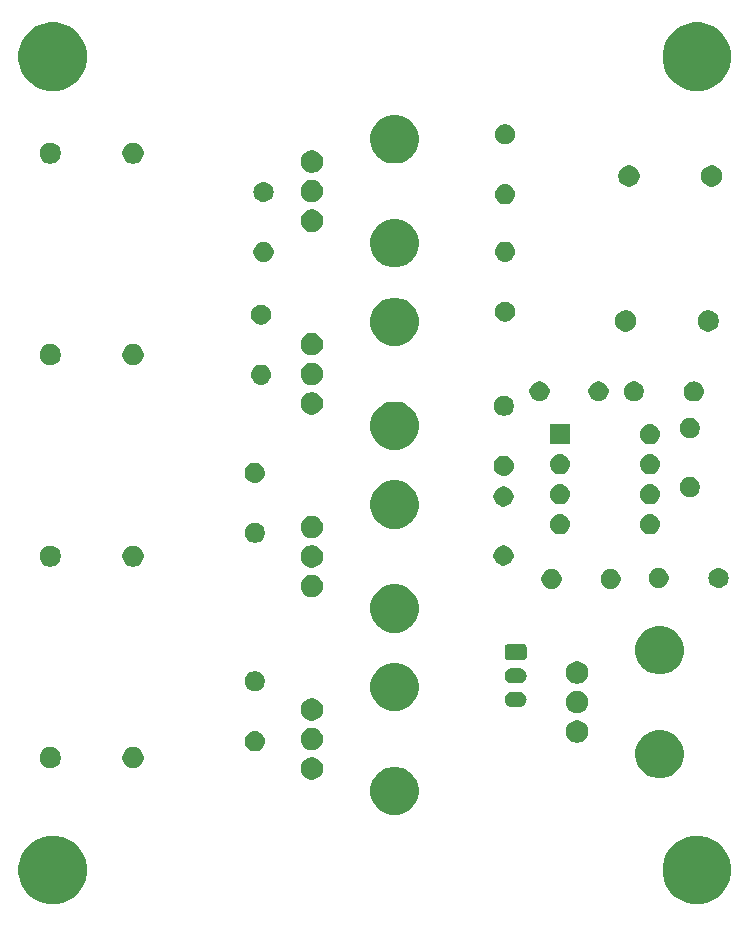
<source format=gbr>
G04 #@! TF.GenerationSoftware,KiCad,Pcbnew,(5.0.1)-rc2*
G04 #@! TF.CreationDate,2019-01-13T23:04:29-05:00*
G04 #@! TF.ProjectId,mixer,6D697865722E6B696361645F70636200,rev?*
G04 #@! TF.SameCoordinates,Original*
G04 #@! TF.FileFunction,Soldermask,Bot*
G04 #@! TF.FilePolarity,Negative*
%FSLAX46Y46*%
G04 Gerber Fmt 4.6, Leading zero omitted, Abs format (unit mm)*
G04 Created by KiCad (PCBNEW (5.0.1)-rc2) date 1/13/2019 11:04:29 PM*
%MOMM*%
%LPD*%
G01*
G04 APERTURE LIST*
%ADD10C,0.100000*%
G04 APERTURE END LIST*
D10*
G36*
X156891090Y-107636983D02*
X157419038Y-107855666D01*
X157894183Y-108173148D01*
X158298252Y-108577217D01*
X158615734Y-109052362D01*
X158834417Y-109580310D01*
X158945900Y-110140775D01*
X158945900Y-110712225D01*
X158834417Y-111272690D01*
X158615734Y-111800638D01*
X158298252Y-112275783D01*
X157894183Y-112679852D01*
X157419038Y-112997334D01*
X156891090Y-113216017D01*
X156330625Y-113327500D01*
X155759175Y-113327500D01*
X155198710Y-113216017D01*
X154670762Y-112997334D01*
X154195617Y-112679852D01*
X153791548Y-112275783D01*
X153474066Y-111800638D01*
X153255383Y-111272690D01*
X153143900Y-110712225D01*
X153143900Y-110140775D01*
X153255383Y-109580310D01*
X153474066Y-109052362D01*
X153791548Y-108577217D01*
X154195617Y-108173148D01*
X154670762Y-107855666D01*
X155198710Y-107636983D01*
X155759175Y-107525500D01*
X156330625Y-107525500D01*
X156891090Y-107636983D01*
X156891090Y-107636983D01*
G37*
G36*
X102357290Y-107636983D02*
X102885238Y-107855666D01*
X103360383Y-108173148D01*
X103764452Y-108577217D01*
X104081934Y-109052362D01*
X104300617Y-109580310D01*
X104412100Y-110140775D01*
X104412100Y-110712225D01*
X104300617Y-111272690D01*
X104081934Y-111800638D01*
X103764452Y-112275783D01*
X103360383Y-112679852D01*
X102885238Y-112997334D01*
X102357290Y-113216017D01*
X101796825Y-113327500D01*
X101225375Y-113327500D01*
X100664910Y-113216017D01*
X100136962Y-112997334D01*
X99661817Y-112679852D01*
X99257748Y-112275783D01*
X98940266Y-111800638D01*
X98721583Y-111272690D01*
X98610100Y-110712225D01*
X98610100Y-110140775D01*
X98721583Y-109580310D01*
X98940266Y-109052362D01*
X99257748Y-108577217D01*
X99661817Y-108173148D01*
X100136962Y-107855666D01*
X100664910Y-107636983D01*
X101225375Y-107525500D01*
X101796825Y-107525500D01*
X102357290Y-107636983D01*
X102357290Y-107636983D01*
G37*
G36*
X131042252Y-101756418D02*
X131042254Y-101756419D01*
X131042255Y-101756419D01*
X131415513Y-101911027D01*
X131707304Y-102105996D01*
X131751439Y-102135486D01*
X132037114Y-102421161D01*
X132037116Y-102421164D01*
X132261573Y-102757087D01*
X132416181Y-103130345D01*
X132495000Y-103526594D01*
X132495000Y-103930606D01*
X132416181Y-104326855D01*
X132261573Y-104700113D01*
X132261572Y-104700114D01*
X132037114Y-105036039D01*
X131751439Y-105321714D01*
X131751436Y-105321716D01*
X131415513Y-105546173D01*
X131042255Y-105700781D01*
X131042254Y-105700781D01*
X131042252Y-105700782D01*
X130646007Y-105779600D01*
X130241993Y-105779600D01*
X129845748Y-105700782D01*
X129845746Y-105700781D01*
X129845745Y-105700781D01*
X129472487Y-105546173D01*
X129136564Y-105321716D01*
X129136561Y-105321714D01*
X128850886Y-105036039D01*
X128626428Y-104700114D01*
X128626427Y-104700113D01*
X128471819Y-104326855D01*
X128393000Y-103930606D01*
X128393000Y-103526594D01*
X128471819Y-103130345D01*
X128626427Y-102757087D01*
X128850884Y-102421164D01*
X128850886Y-102421161D01*
X129136561Y-102135486D01*
X129180696Y-102105996D01*
X129472487Y-101911027D01*
X129845745Y-101756419D01*
X129845746Y-101756419D01*
X129845748Y-101756418D01*
X130241993Y-101677600D01*
X130646007Y-101677600D01*
X131042252Y-101756418D01*
X131042252Y-101756418D01*
G37*
G36*
X123721396Y-100914146D02*
X123894466Y-100985834D01*
X124050230Y-101089912D01*
X124182688Y-101222370D01*
X124286766Y-101378134D01*
X124358454Y-101551204D01*
X124395000Y-101734933D01*
X124395000Y-101922267D01*
X124358454Y-102105996D01*
X124286766Y-102279066D01*
X124182688Y-102434830D01*
X124050230Y-102567288D01*
X123894466Y-102671366D01*
X123721396Y-102743054D01*
X123537667Y-102779600D01*
X123350333Y-102779600D01*
X123166604Y-102743054D01*
X122993534Y-102671366D01*
X122837770Y-102567288D01*
X122705312Y-102434830D01*
X122601234Y-102279066D01*
X122529546Y-102105996D01*
X122493000Y-101922267D01*
X122493000Y-101734933D01*
X122529546Y-101551204D01*
X122601234Y-101378134D01*
X122705312Y-101222370D01*
X122837770Y-101089912D01*
X122993534Y-100985834D01*
X123166604Y-100914146D01*
X123350333Y-100877600D01*
X123537667Y-100877600D01*
X123721396Y-100914146D01*
X123721396Y-100914146D01*
G37*
G36*
X153495852Y-98632218D02*
X153495854Y-98632219D01*
X153495855Y-98632219D01*
X153869113Y-98786827D01*
X154005762Y-98878133D01*
X154205039Y-99011286D01*
X154490714Y-99296961D01*
X154490716Y-99296964D01*
X154715173Y-99632887D01*
X154802800Y-99844439D01*
X154869782Y-100006148D01*
X154948600Y-100402393D01*
X154948600Y-100806407D01*
X154892208Y-101089910D01*
X154869781Y-101202655D01*
X154715173Y-101575913D01*
X154578422Y-101780575D01*
X154490714Y-101911839D01*
X154205039Y-102197514D01*
X154205036Y-102197516D01*
X153869113Y-102421973D01*
X153495855Y-102576581D01*
X153495854Y-102576581D01*
X153495852Y-102576582D01*
X153099607Y-102655400D01*
X152695593Y-102655400D01*
X152299348Y-102576582D01*
X152299346Y-102576581D01*
X152299345Y-102576581D01*
X151926087Y-102421973D01*
X151590164Y-102197516D01*
X151590161Y-102197514D01*
X151304486Y-101911839D01*
X151216778Y-101780575D01*
X151080027Y-101575913D01*
X150925419Y-101202655D01*
X150902993Y-101089910D01*
X150846600Y-100806407D01*
X150846600Y-100402393D01*
X150925418Y-100006148D01*
X150992400Y-99844439D01*
X151080027Y-99632887D01*
X151304484Y-99296964D01*
X151304486Y-99296961D01*
X151590161Y-99011286D01*
X151789438Y-98878133D01*
X151926087Y-98786827D01*
X152299345Y-98632219D01*
X152299346Y-98632219D01*
X152299348Y-98632218D01*
X152695593Y-98553400D01*
X153099607Y-98553400D01*
X153495852Y-98632218D01*
X153495852Y-98632218D01*
G37*
G36*
X108567212Y-100047824D02*
X108731184Y-100115744D01*
X108878754Y-100214347D01*
X109004253Y-100339846D01*
X109102856Y-100487416D01*
X109170776Y-100651388D01*
X109205400Y-100825459D01*
X109205400Y-101002941D01*
X109170776Y-101177012D01*
X109102856Y-101340984D01*
X109004253Y-101488554D01*
X108878754Y-101614053D01*
X108731184Y-101712656D01*
X108567212Y-101780576D01*
X108393141Y-101815200D01*
X108215659Y-101815200D01*
X108041588Y-101780576D01*
X107877616Y-101712656D01*
X107730046Y-101614053D01*
X107604547Y-101488554D01*
X107505944Y-101340984D01*
X107438024Y-101177012D01*
X107403400Y-101002941D01*
X107403400Y-100825459D01*
X107438024Y-100651388D01*
X107505944Y-100487416D01*
X107604547Y-100339846D01*
X107730046Y-100214347D01*
X107877616Y-100115744D01*
X108041588Y-100047824D01*
X108215659Y-100013200D01*
X108393141Y-100013200D01*
X108567212Y-100047824D01*
X108567212Y-100047824D01*
G37*
G36*
X101567212Y-100047824D02*
X101731184Y-100115744D01*
X101878754Y-100214347D01*
X102004253Y-100339846D01*
X102102856Y-100487416D01*
X102170776Y-100651388D01*
X102205400Y-100825459D01*
X102205400Y-101002941D01*
X102170776Y-101177012D01*
X102102856Y-101340984D01*
X102004253Y-101488554D01*
X101878754Y-101614053D01*
X101731184Y-101712656D01*
X101567212Y-101780576D01*
X101393141Y-101815200D01*
X101215659Y-101815200D01*
X101041588Y-101780576D01*
X100877616Y-101712656D01*
X100730046Y-101614053D01*
X100604547Y-101488554D01*
X100505944Y-101340984D01*
X100438024Y-101177012D01*
X100403400Y-101002941D01*
X100403400Y-100825459D01*
X100438024Y-100651388D01*
X100505944Y-100487416D01*
X100604547Y-100339846D01*
X100730046Y-100214347D01*
X100877616Y-100115744D01*
X101041588Y-100047824D01*
X101215659Y-100013200D01*
X101393141Y-100013200D01*
X101567212Y-100047824D01*
X101567212Y-100047824D01*
G37*
G36*
X118784821Y-98678513D02*
X118784824Y-98678514D01*
X118784825Y-98678514D01*
X118945239Y-98727175D01*
X118945241Y-98727176D01*
X118945244Y-98727177D01*
X119093078Y-98806195D01*
X119222659Y-98912541D01*
X119329005Y-99042122D01*
X119408023Y-99189956D01*
X119408024Y-99189959D01*
X119408025Y-99189961D01*
X119444629Y-99310630D01*
X119456687Y-99350379D01*
X119473117Y-99517200D01*
X119456687Y-99684021D01*
X119456686Y-99684024D01*
X119456686Y-99684025D01*
X119427856Y-99779066D01*
X119408023Y-99844444D01*
X119329005Y-99992278D01*
X119222659Y-100121859D01*
X119093078Y-100228205D01*
X118945244Y-100307223D01*
X118945241Y-100307224D01*
X118945239Y-100307225D01*
X118784825Y-100355886D01*
X118784824Y-100355886D01*
X118784821Y-100355887D01*
X118659804Y-100368200D01*
X118576196Y-100368200D01*
X118451179Y-100355887D01*
X118451176Y-100355886D01*
X118451175Y-100355886D01*
X118290761Y-100307225D01*
X118290759Y-100307224D01*
X118290756Y-100307223D01*
X118142922Y-100228205D01*
X118013341Y-100121859D01*
X117906995Y-99992278D01*
X117827977Y-99844444D01*
X117808145Y-99779066D01*
X117779314Y-99684025D01*
X117779314Y-99684024D01*
X117779313Y-99684021D01*
X117762883Y-99517200D01*
X117779313Y-99350379D01*
X117791371Y-99310630D01*
X117827975Y-99189961D01*
X117827976Y-99189959D01*
X117827977Y-99189956D01*
X117906995Y-99042122D01*
X118013341Y-98912541D01*
X118142922Y-98806195D01*
X118290756Y-98727177D01*
X118290759Y-98727176D01*
X118290761Y-98727175D01*
X118451175Y-98678514D01*
X118451176Y-98678514D01*
X118451179Y-98678513D01*
X118576196Y-98666200D01*
X118659804Y-98666200D01*
X118784821Y-98678513D01*
X118784821Y-98678513D01*
G37*
G36*
X123721396Y-98414146D02*
X123894466Y-98485834D01*
X124050230Y-98589912D01*
X124182688Y-98722370D01*
X124286766Y-98878134D01*
X124358454Y-99051204D01*
X124395000Y-99234933D01*
X124395000Y-99422267D01*
X124358454Y-99605996D01*
X124286766Y-99779066D01*
X124182688Y-99934830D01*
X124050230Y-100067288D01*
X123894466Y-100171366D01*
X123721396Y-100243054D01*
X123537667Y-100279600D01*
X123350333Y-100279600D01*
X123166604Y-100243054D01*
X122993534Y-100171366D01*
X122837770Y-100067288D01*
X122705312Y-99934830D01*
X122601234Y-99779066D01*
X122529546Y-99605996D01*
X122493000Y-99422267D01*
X122493000Y-99234933D01*
X122529546Y-99051204D01*
X122601234Y-98878134D01*
X122705312Y-98722370D01*
X122837770Y-98589912D01*
X122993534Y-98485834D01*
X123166604Y-98414146D01*
X123350333Y-98377600D01*
X123537667Y-98377600D01*
X123721396Y-98414146D01*
X123721396Y-98414146D01*
G37*
G36*
X146174996Y-97789946D02*
X146348066Y-97861634D01*
X146503830Y-97965712D01*
X146636288Y-98098170D01*
X146740366Y-98253934D01*
X146812054Y-98427004D01*
X146848600Y-98610733D01*
X146848600Y-98798067D01*
X146812054Y-98981796D01*
X146740366Y-99154866D01*
X146636288Y-99310630D01*
X146503830Y-99443088D01*
X146348066Y-99547166D01*
X146174996Y-99618854D01*
X145991267Y-99655400D01*
X145803933Y-99655400D01*
X145620204Y-99618854D01*
X145447134Y-99547166D01*
X145291370Y-99443088D01*
X145158912Y-99310630D01*
X145054834Y-99154866D01*
X144983146Y-98981796D01*
X144946600Y-98798067D01*
X144946600Y-98610733D01*
X144983146Y-98427004D01*
X145054834Y-98253934D01*
X145158912Y-98098170D01*
X145291370Y-97965712D01*
X145447134Y-97861634D01*
X145620204Y-97789946D01*
X145803933Y-97753400D01*
X145991267Y-97753400D01*
X146174996Y-97789946D01*
X146174996Y-97789946D01*
G37*
G36*
X123721396Y-95914146D02*
X123894466Y-95985834D01*
X124050230Y-96089912D01*
X124182688Y-96222370D01*
X124286766Y-96378134D01*
X124358454Y-96551204D01*
X124395000Y-96734933D01*
X124395000Y-96922267D01*
X124358454Y-97105996D01*
X124286766Y-97279066D01*
X124182688Y-97434830D01*
X124050230Y-97567288D01*
X123894466Y-97671366D01*
X123721396Y-97743054D01*
X123537667Y-97779600D01*
X123350333Y-97779600D01*
X123166604Y-97743054D01*
X122993534Y-97671366D01*
X122837770Y-97567288D01*
X122705312Y-97434830D01*
X122601234Y-97279066D01*
X122529546Y-97105996D01*
X122493000Y-96922267D01*
X122493000Y-96734933D01*
X122529546Y-96551204D01*
X122601234Y-96378134D01*
X122705312Y-96222370D01*
X122837770Y-96089912D01*
X122993534Y-95985834D01*
X123166604Y-95914146D01*
X123350333Y-95877600D01*
X123537667Y-95877600D01*
X123721396Y-95914146D01*
X123721396Y-95914146D01*
G37*
G36*
X146174996Y-95289946D02*
X146348066Y-95361634D01*
X146503830Y-95465712D01*
X146636288Y-95598170D01*
X146740366Y-95753934D01*
X146812054Y-95927004D01*
X146848600Y-96110733D01*
X146848600Y-96298067D01*
X146812054Y-96481796D01*
X146740366Y-96654866D01*
X146636288Y-96810630D01*
X146503830Y-96943088D01*
X146348066Y-97047166D01*
X146174996Y-97118854D01*
X145991267Y-97155400D01*
X145803933Y-97155400D01*
X145620204Y-97118854D01*
X145447134Y-97047166D01*
X145291370Y-96943088D01*
X145158912Y-96810630D01*
X145054834Y-96654866D01*
X144983146Y-96481796D01*
X144946600Y-96298067D01*
X144946600Y-96110733D01*
X144983146Y-95927004D01*
X145054834Y-95753934D01*
X145158912Y-95598170D01*
X145291370Y-95465712D01*
X145447134Y-95361634D01*
X145620204Y-95289946D01*
X145803933Y-95253400D01*
X145991267Y-95253400D01*
X146174996Y-95289946D01*
X146174996Y-95289946D01*
G37*
G36*
X131042252Y-92956418D02*
X131042254Y-92956419D01*
X131042255Y-92956419D01*
X131415513Y-93111027D01*
X131629388Y-93253934D01*
X131751439Y-93335486D01*
X132037114Y-93621161D01*
X132037116Y-93621164D01*
X132261573Y-93957087D01*
X132408015Y-94310630D01*
X132416182Y-94330348D01*
X132495000Y-94726593D01*
X132495000Y-95130607D01*
X132419366Y-95510847D01*
X132416181Y-95526855D01*
X132261573Y-95900113D01*
X132046247Y-96222370D01*
X132037114Y-96236039D01*
X131751439Y-96521714D01*
X131751436Y-96521716D01*
X131415513Y-96746173D01*
X131042255Y-96900781D01*
X131042254Y-96900781D01*
X131042252Y-96900782D01*
X130646007Y-96979600D01*
X130241993Y-96979600D01*
X129845748Y-96900782D01*
X129845746Y-96900781D01*
X129845745Y-96900781D01*
X129472487Y-96746173D01*
X129136564Y-96521716D01*
X129136561Y-96521714D01*
X128850886Y-96236039D01*
X128841753Y-96222370D01*
X128626427Y-95900113D01*
X128471819Y-95526855D01*
X128468635Y-95510847D01*
X128393000Y-95130607D01*
X128393000Y-94726593D01*
X128471818Y-94330348D01*
X128479985Y-94310630D01*
X128626427Y-93957087D01*
X128850884Y-93621164D01*
X128850886Y-93621161D01*
X129136561Y-93335486D01*
X129258612Y-93253934D01*
X129472487Y-93111027D01*
X129845745Y-92956419D01*
X129845746Y-92956419D01*
X129845748Y-92956418D01*
X130241993Y-92877600D01*
X130646007Y-92877600D01*
X131042252Y-92956418D01*
X131042252Y-92956418D01*
G37*
G36*
X141042155Y-95325540D02*
X141105918Y-95331820D01*
X141187727Y-95356637D01*
X141228633Y-95369045D01*
X141328791Y-95422581D01*
X141341726Y-95429495D01*
X141440853Y-95510847D01*
X141522205Y-95609974D01*
X141522206Y-95609976D01*
X141582655Y-95723067D01*
X141582655Y-95723068D01*
X141619880Y-95845782D01*
X141632449Y-95973400D01*
X141619880Y-96101018D01*
X141616932Y-96110735D01*
X141582655Y-96223733D01*
X141576077Y-96236039D01*
X141522205Y-96336826D01*
X141440853Y-96435953D01*
X141341726Y-96517305D01*
X141341724Y-96517306D01*
X141228633Y-96577755D01*
X141187727Y-96590163D01*
X141105918Y-96614980D01*
X141042155Y-96621260D01*
X141010274Y-96624400D01*
X140396326Y-96624400D01*
X140364445Y-96621260D01*
X140300682Y-96614980D01*
X140218873Y-96590163D01*
X140177967Y-96577755D01*
X140064876Y-96517306D01*
X140064874Y-96517305D01*
X139965747Y-96435953D01*
X139884395Y-96336826D01*
X139830523Y-96236039D01*
X139823945Y-96223733D01*
X139789668Y-96110735D01*
X139786720Y-96101018D01*
X139774151Y-95973400D01*
X139786720Y-95845782D01*
X139823945Y-95723068D01*
X139823945Y-95723067D01*
X139884394Y-95609976D01*
X139884395Y-95609974D01*
X139965747Y-95510847D01*
X140064874Y-95429495D01*
X140077809Y-95422581D01*
X140177967Y-95369045D01*
X140218873Y-95356637D01*
X140300682Y-95331820D01*
X140364445Y-95325540D01*
X140396326Y-95322400D01*
X141010274Y-95322400D01*
X141042155Y-95325540D01*
X141042155Y-95325540D01*
G37*
G36*
X118866228Y-93618903D02*
X119021100Y-93683053D01*
X119160481Y-93776185D01*
X119279015Y-93894719D01*
X119372147Y-94034100D01*
X119436297Y-94188972D01*
X119469000Y-94353384D01*
X119469000Y-94521016D01*
X119436297Y-94685428D01*
X119372147Y-94840300D01*
X119279015Y-94979681D01*
X119160481Y-95098215D01*
X119021100Y-95191347D01*
X118866228Y-95255497D01*
X118701816Y-95288200D01*
X118534184Y-95288200D01*
X118369772Y-95255497D01*
X118214900Y-95191347D01*
X118075519Y-95098215D01*
X117956985Y-94979681D01*
X117863853Y-94840300D01*
X117799703Y-94685428D01*
X117767000Y-94521016D01*
X117767000Y-94353384D01*
X117799703Y-94188972D01*
X117863853Y-94034100D01*
X117956985Y-93894719D01*
X118075519Y-93776185D01*
X118214900Y-93683053D01*
X118369772Y-93618903D01*
X118534184Y-93586200D01*
X118701816Y-93586200D01*
X118866228Y-93618903D01*
X118866228Y-93618903D01*
G37*
G36*
X146174996Y-92789946D02*
X146348066Y-92861634D01*
X146503830Y-92965712D01*
X146636288Y-93098170D01*
X146740366Y-93253934D01*
X146812054Y-93427004D01*
X146848600Y-93610733D01*
X146848600Y-93798067D01*
X146812054Y-93981796D01*
X146740366Y-94154866D01*
X146636288Y-94310630D01*
X146503830Y-94443088D01*
X146348066Y-94547166D01*
X146174996Y-94618854D01*
X145991267Y-94655400D01*
X145803933Y-94655400D01*
X145620204Y-94618854D01*
X145447134Y-94547166D01*
X145291370Y-94443088D01*
X145158912Y-94310630D01*
X145054834Y-94154866D01*
X144983146Y-93981796D01*
X144946600Y-93798067D01*
X144946600Y-93610733D01*
X144983146Y-93427004D01*
X145054834Y-93253934D01*
X145158912Y-93098170D01*
X145291370Y-92965712D01*
X145447134Y-92861634D01*
X145620204Y-92789946D01*
X145803933Y-92753400D01*
X145991267Y-92753400D01*
X146174996Y-92789946D01*
X146174996Y-92789946D01*
G37*
G36*
X141042155Y-93325540D02*
X141105918Y-93331820D01*
X141187727Y-93356637D01*
X141228633Y-93369045D01*
X141328791Y-93422581D01*
X141341726Y-93429495D01*
X141440853Y-93510847D01*
X141522205Y-93609974D01*
X141522206Y-93609976D01*
X141582655Y-93723067D01*
X141582655Y-93723068D01*
X141619880Y-93845782D01*
X141632449Y-93973400D01*
X141619880Y-94101018D01*
X141603545Y-94154866D01*
X141582655Y-94223733D01*
X141536209Y-94310627D01*
X141522205Y-94336826D01*
X141440853Y-94435953D01*
X141341726Y-94517305D01*
X141341724Y-94517306D01*
X141228633Y-94577755D01*
X141187727Y-94590163D01*
X141105918Y-94614980D01*
X141042155Y-94621260D01*
X141010274Y-94624400D01*
X140396326Y-94624400D01*
X140364445Y-94621260D01*
X140300682Y-94614980D01*
X140218873Y-94590163D01*
X140177967Y-94577755D01*
X140064876Y-94517306D01*
X140064874Y-94517305D01*
X139965747Y-94435953D01*
X139884395Y-94336826D01*
X139870391Y-94310627D01*
X139823945Y-94223733D01*
X139803055Y-94154866D01*
X139786720Y-94101018D01*
X139774151Y-93973400D01*
X139786720Y-93845782D01*
X139823945Y-93723068D01*
X139823945Y-93723067D01*
X139884394Y-93609976D01*
X139884395Y-93609974D01*
X139965747Y-93510847D01*
X140064874Y-93429495D01*
X140077809Y-93422581D01*
X140177967Y-93369045D01*
X140218873Y-93356637D01*
X140300682Y-93331820D01*
X140364445Y-93325540D01*
X140396326Y-93322400D01*
X141010274Y-93322400D01*
X141042155Y-93325540D01*
X141042155Y-93325540D01*
G37*
G36*
X153495852Y-89832218D02*
X153495854Y-89832219D01*
X153495855Y-89832219D01*
X153869113Y-89986827D01*
X153869114Y-89986828D01*
X154205039Y-90211286D01*
X154490714Y-90496961D01*
X154490716Y-90496964D01*
X154715173Y-90832887D01*
X154869781Y-91206145D01*
X154869782Y-91206148D01*
X154946861Y-91593649D01*
X154948600Y-91602394D01*
X154948600Y-92006406D01*
X154869781Y-92402655D01*
X154715173Y-92775913D01*
X154588354Y-92965710D01*
X154490714Y-93111839D01*
X154205039Y-93397514D01*
X154205036Y-93397516D01*
X153869113Y-93621973D01*
X153495855Y-93776581D01*
X153495854Y-93776581D01*
X153495852Y-93776582D01*
X153099607Y-93855400D01*
X152695593Y-93855400D01*
X152299348Y-93776582D01*
X152299346Y-93776581D01*
X152299345Y-93776581D01*
X151926087Y-93621973D01*
X151590164Y-93397516D01*
X151590161Y-93397514D01*
X151304486Y-93111839D01*
X151206846Y-92965710D01*
X151080027Y-92775913D01*
X150925419Y-92402655D01*
X150846600Y-92006406D01*
X150846600Y-91602394D01*
X150848339Y-91593649D01*
X150925418Y-91206148D01*
X150925419Y-91206145D01*
X151080027Y-90832887D01*
X151304484Y-90496964D01*
X151304486Y-90496961D01*
X151590161Y-90211286D01*
X151926086Y-89986828D01*
X151926087Y-89986827D01*
X152299345Y-89832219D01*
X152299346Y-89832219D01*
X152299348Y-89832218D01*
X152695593Y-89753400D01*
X153099607Y-89753400D01*
X153495852Y-89832218D01*
X153495852Y-89832218D01*
G37*
G36*
X141469542Y-91326804D02*
X141506639Y-91338057D01*
X141540820Y-91356327D01*
X141570782Y-91380918D01*
X141595373Y-91410880D01*
X141613643Y-91445061D01*
X141624896Y-91482158D01*
X141629300Y-91526873D01*
X141629300Y-92419927D01*
X141624896Y-92464642D01*
X141613643Y-92501739D01*
X141595373Y-92535920D01*
X141570782Y-92565882D01*
X141540820Y-92590473D01*
X141506639Y-92608743D01*
X141469542Y-92619996D01*
X141424827Y-92624400D01*
X139981773Y-92624400D01*
X139937058Y-92619996D01*
X139899961Y-92608743D01*
X139865780Y-92590473D01*
X139835818Y-92565882D01*
X139811227Y-92535920D01*
X139792957Y-92501739D01*
X139781704Y-92464642D01*
X139777300Y-92419927D01*
X139777300Y-91526873D01*
X139781704Y-91482158D01*
X139792957Y-91445061D01*
X139811227Y-91410880D01*
X139835818Y-91380918D01*
X139865780Y-91356327D01*
X139899961Y-91338057D01*
X139937058Y-91326804D01*
X139981773Y-91322400D01*
X141424827Y-91322400D01*
X141469542Y-91326804D01*
X141469542Y-91326804D01*
G37*
G36*
X131042252Y-86296284D02*
X131042254Y-86296285D01*
X131042255Y-86296285D01*
X131415513Y-86450893D01*
X131678776Y-86626800D01*
X131751439Y-86675352D01*
X132037114Y-86961027D01*
X132037116Y-86961030D01*
X132261573Y-87296953D01*
X132416181Y-87670211D01*
X132495000Y-88066460D01*
X132495000Y-88470472D01*
X132416181Y-88866721D01*
X132261573Y-89239979D01*
X132261572Y-89239980D01*
X132037114Y-89575905D01*
X131751439Y-89861580D01*
X131751436Y-89861582D01*
X131415513Y-90086039D01*
X131042255Y-90240647D01*
X131042254Y-90240647D01*
X131042252Y-90240648D01*
X130646007Y-90319466D01*
X130241993Y-90319466D01*
X129845748Y-90240648D01*
X129845746Y-90240647D01*
X129845745Y-90240647D01*
X129472487Y-90086039D01*
X129136564Y-89861582D01*
X129136561Y-89861580D01*
X128850886Y-89575905D01*
X128626428Y-89239980D01*
X128626427Y-89239979D01*
X128471819Y-88866721D01*
X128393000Y-88470472D01*
X128393000Y-88066460D01*
X128471819Y-87670211D01*
X128626427Y-87296953D01*
X128850884Y-86961030D01*
X128850886Y-86961027D01*
X129136561Y-86675352D01*
X129209224Y-86626800D01*
X129472487Y-86450893D01*
X129845745Y-86296285D01*
X129845746Y-86296285D01*
X129845748Y-86296284D01*
X130241993Y-86217466D01*
X130646007Y-86217466D01*
X131042252Y-86296284D01*
X131042252Y-86296284D01*
G37*
G36*
X123721396Y-85454012D02*
X123894466Y-85525700D01*
X124050230Y-85629778D01*
X124182688Y-85762236D01*
X124286766Y-85918000D01*
X124358454Y-86091070D01*
X124395000Y-86274799D01*
X124395000Y-86462133D01*
X124358454Y-86645862D01*
X124286766Y-86818932D01*
X124182688Y-86974696D01*
X124050230Y-87107154D01*
X123894466Y-87211232D01*
X123721396Y-87282920D01*
X123537667Y-87319466D01*
X123350333Y-87319466D01*
X123166604Y-87282920D01*
X122993534Y-87211232D01*
X122837770Y-87107154D01*
X122705312Y-86974696D01*
X122601234Y-86818932D01*
X122529546Y-86645862D01*
X122493000Y-86462133D01*
X122493000Y-86274799D01*
X122529546Y-86091070D01*
X122601234Y-85918000D01*
X122705312Y-85762236D01*
X122837770Y-85629778D01*
X122993534Y-85525700D01*
X123166604Y-85454012D01*
X123350333Y-85417466D01*
X123537667Y-85417466D01*
X123721396Y-85454012D01*
X123721396Y-85454012D01*
G37*
G36*
X143990628Y-84957503D02*
X144145500Y-85021653D01*
X144284881Y-85114785D01*
X144403415Y-85233319D01*
X144496547Y-85372700D01*
X144560697Y-85527572D01*
X144593400Y-85691984D01*
X144593400Y-85859616D01*
X144560697Y-86024028D01*
X144496547Y-86178900D01*
X144403415Y-86318281D01*
X144284881Y-86436815D01*
X144145500Y-86529947D01*
X143990628Y-86594097D01*
X143826216Y-86626800D01*
X143658584Y-86626800D01*
X143494172Y-86594097D01*
X143339300Y-86529947D01*
X143199919Y-86436815D01*
X143081385Y-86318281D01*
X142988253Y-86178900D01*
X142924103Y-86024028D01*
X142891400Y-85859616D01*
X142891400Y-85691984D01*
X142924103Y-85527572D01*
X142988253Y-85372700D01*
X143081385Y-85233319D01*
X143199919Y-85114785D01*
X143339300Y-85021653D01*
X143494172Y-84957503D01*
X143658584Y-84924800D01*
X143826216Y-84924800D01*
X143990628Y-84957503D01*
X143990628Y-84957503D01*
G37*
G36*
X148990628Y-84957503D02*
X149145500Y-85021653D01*
X149284881Y-85114785D01*
X149403415Y-85233319D01*
X149496547Y-85372700D01*
X149560697Y-85527572D01*
X149593400Y-85691984D01*
X149593400Y-85859616D01*
X149560697Y-86024028D01*
X149496547Y-86178900D01*
X149403415Y-86318281D01*
X149284881Y-86436815D01*
X149145500Y-86529947D01*
X148990628Y-86594097D01*
X148826216Y-86626800D01*
X148658584Y-86626800D01*
X148494172Y-86594097D01*
X148339300Y-86529947D01*
X148199919Y-86436815D01*
X148081385Y-86318281D01*
X147988253Y-86178900D01*
X147924103Y-86024028D01*
X147891400Y-85859616D01*
X147891400Y-85691984D01*
X147924103Y-85527572D01*
X147988253Y-85372700D01*
X148081385Y-85233319D01*
X148199919Y-85114785D01*
X148339300Y-85021653D01*
X148494172Y-84957503D01*
X148658584Y-84924800D01*
X148826216Y-84924800D01*
X148990628Y-84957503D01*
X148990628Y-84957503D01*
G37*
G36*
X153054628Y-84881303D02*
X153209500Y-84945453D01*
X153348881Y-85038585D01*
X153467415Y-85157119D01*
X153560547Y-85296500D01*
X153624697Y-85451372D01*
X153657400Y-85615784D01*
X153657400Y-85783416D01*
X153624697Y-85947828D01*
X153560547Y-86102700D01*
X153467415Y-86242081D01*
X153348881Y-86360615D01*
X153209500Y-86453747D01*
X153054628Y-86517897D01*
X152890216Y-86550600D01*
X152722584Y-86550600D01*
X152558172Y-86517897D01*
X152403300Y-86453747D01*
X152263919Y-86360615D01*
X152145385Y-86242081D01*
X152052253Y-86102700D01*
X151988103Y-85947828D01*
X151955400Y-85783416D01*
X151955400Y-85615784D01*
X151988103Y-85451372D01*
X152052253Y-85296500D01*
X152145385Y-85157119D01*
X152263919Y-85038585D01*
X152403300Y-84945453D01*
X152558172Y-84881303D01*
X152722584Y-84848600D01*
X152890216Y-84848600D01*
X153054628Y-84881303D01*
X153054628Y-84881303D01*
G37*
G36*
X158053221Y-84860913D02*
X158053224Y-84860914D01*
X158053225Y-84860914D01*
X158213639Y-84909575D01*
X158213641Y-84909576D01*
X158213644Y-84909577D01*
X158361478Y-84988595D01*
X158491059Y-85094941D01*
X158597405Y-85224522D01*
X158676423Y-85372356D01*
X158676424Y-85372359D01*
X158676425Y-85372361D01*
X158725086Y-85532775D01*
X158725087Y-85532779D01*
X158741517Y-85699600D01*
X158725087Y-85866421D01*
X158725086Y-85866424D01*
X158725086Y-85866425D01*
X158677278Y-86024028D01*
X158676423Y-86026844D01*
X158597405Y-86174678D01*
X158491059Y-86304259D01*
X158361478Y-86410605D01*
X158213644Y-86489623D01*
X158213641Y-86489624D01*
X158213639Y-86489625D01*
X158053225Y-86538286D01*
X158053224Y-86538286D01*
X158053221Y-86538287D01*
X157928204Y-86550600D01*
X157844596Y-86550600D01*
X157719579Y-86538287D01*
X157719576Y-86538286D01*
X157719575Y-86538286D01*
X157559161Y-86489625D01*
X157559159Y-86489624D01*
X157559156Y-86489623D01*
X157411322Y-86410605D01*
X157281741Y-86304259D01*
X157175395Y-86174678D01*
X157096377Y-86026844D01*
X157095523Y-86024028D01*
X157047714Y-85866425D01*
X157047714Y-85866424D01*
X157047713Y-85866421D01*
X157031283Y-85699600D01*
X157047713Y-85532779D01*
X157047714Y-85532775D01*
X157096375Y-85372361D01*
X157096376Y-85372359D01*
X157096377Y-85372356D01*
X157175395Y-85224522D01*
X157281741Y-85094941D01*
X157411322Y-84988595D01*
X157559156Y-84909577D01*
X157559159Y-84909576D01*
X157559161Y-84909575D01*
X157719575Y-84860914D01*
X157719576Y-84860914D01*
X157719579Y-84860913D01*
X157844596Y-84848600D01*
X157928204Y-84848600D01*
X158053221Y-84860913D01*
X158053221Y-84860913D01*
G37*
G36*
X123721396Y-82954012D02*
X123894466Y-83025700D01*
X124050230Y-83129778D01*
X124182688Y-83262236D01*
X124286766Y-83418000D01*
X124358454Y-83591070D01*
X124395000Y-83774799D01*
X124395000Y-83962133D01*
X124358454Y-84145862D01*
X124286766Y-84318932D01*
X124182688Y-84474696D01*
X124050230Y-84607154D01*
X123894466Y-84711232D01*
X123721396Y-84782920D01*
X123537667Y-84819466D01*
X123350333Y-84819466D01*
X123166604Y-84782920D01*
X122993534Y-84711232D01*
X122837770Y-84607154D01*
X122705312Y-84474696D01*
X122601234Y-84318932D01*
X122529546Y-84145862D01*
X122493000Y-83962133D01*
X122493000Y-83774799D01*
X122529546Y-83591070D01*
X122601234Y-83418000D01*
X122705312Y-83262236D01*
X122837770Y-83129778D01*
X122993534Y-83025700D01*
X123166604Y-82954012D01*
X123350333Y-82917466D01*
X123537667Y-82917466D01*
X123721396Y-82954012D01*
X123721396Y-82954012D01*
G37*
G36*
X108567212Y-82987490D02*
X108731184Y-83055410D01*
X108878754Y-83154013D01*
X109004253Y-83279512D01*
X109102856Y-83427082D01*
X109170776Y-83591054D01*
X109205400Y-83765125D01*
X109205400Y-83942607D01*
X109170776Y-84116678D01*
X109102856Y-84280650D01*
X109004253Y-84428220D01*
X108878754Y-84553719D01*
X108731184Y-84652322D01*
X108567212Y-84720242D01*
X108393141Y-84754866D01*
X108215659Y-84754866D01*
X108041588Y-84720242D01*
X107877616Y-84652322D01*
X107730046Y-84553719D01*
X107604547Y-84428220D01*
X107505944Y-84280650D01*
X107438024Y-84116678D01*
X107403400Y-83942607D01*
X107403400Y-83765125D01*
X107438024Y-83591054D01*
X107505944Y-83427082D01*
X107604547Y-83279512D01*
X107730046Y-83154013D01*
X107877616Y-83055410D01*
X108041588Y-82987490D01*
X108215659Y-82952866D01*
X108393141Y-82952866D01*
X108567212Y-82987490D01*
X108567212Y-82987490D01*
G37*
G36*
X101567212Y-82987490D02*
X101731184Y-83055410D01*
X101878754Y-83154013D01*
X102004253Y-83279512D01*
X102102856Y-83427082D01*
X102170776Y-83591054D01*
X102205400Y-83765125D01*
X102205400Y-83942607D01*
X102170776Y-84116678D01*
X102102856Y-84280650D01*
X102004253Y-84428220D01*
X101878754Y-84553719D01*
X101731184Y-84652322D01*
X101567212Y-84720242D01*
X101393141Y-84754866D01*
X101215659Y-84754866D01*
X101041588Y-84720242D01*
X100877616Y-84652322D01*
X100730046Y-84553719D01*
X100604547Y-84428220D01*
X100505944Y-84280650D01*
X100438024Y-84116678D01*
X100403400Y-83942607D01*
X100403400Y-83765125D01*
X100438024Y-83591054D01*
X100505944Y-83427082D01*
X100604547Y-83279512D01*
X100730046Y-83154013D01*
X100877616Y-83055410D01*
X101041588Y-82987490D01*
X101215659Y-82952866D01*
X101393141Y-82952866D01*
X101567212Y-82987490D01*
X101567212Y-82987490D01*
G37*
G36*
X139922828Y-82976303D02*
X140077700Y-83040453D01*
X140217081Y-83133585D01*
X140335615Y-83252119D01*
X140428747Y-83391500D01*
X140492897Y-83546372D01*
X140525600Y-83710784D01*
X140525600Y-83878416D01*
X140492897Y-84042828D01*
X140428747Y-84197700D01*
X140335615Y-84337081D01*
X140217081Y-84455615D01*
X140077700Y-84548747D01*
X139922828Y-84612897D01*
X139758416Y-84645600D01*
X139590784Y-84645600D01*
X139426372Y-84612897D01*
X139271500Y-84548747D01*
X139132119Y-84455615D01*
X139013585Y-84337081D01*
X138920453Y-84197700D01*
X138856303Y-84042828D01*
X138823600Y-83878416D01*
X138823600Y-83710784D01*
X138856303Y-83546372D01*
X138920453Y-83391500D01*
X139013585Y-83252119D01*
X139132119Y-83133585D01*
X139271500Y-83040453D01*
X139426372Y-82976303D01*
X139590784Y-82943600D01*
X139758416Y-82943600D01*
X139922828Y-82976303D01*
X139922828Y-82976303D01*
G37*
G36*
X118866228Y-81045903D02*
X119021100Y-81110053D01*
X119160481Y-81203185D01*
X119279015Y-81321719D01*
X119372147Y-81461100D01*
X119436297Y-81615972D01*
X119469000Y-81780384D01*
X119469000Y-81948016D01*
X119436297Y-82112428D01*
X119372147Y-82267300D01*
X119279015Y-82406681D01*
X119160481Y-82525215D01*
X119021100Y-82618347D01*
X118866228Y-82682497D01*
X118701816Y-82715200D01*
X118534184Y-82715200D01*
X118369772Y-82682497D01*
X118214900Y-82618347D01*
X118075519Y-82525215D01*
X117956985Y-82406681D01*
X117863853Y-82267300D01*
X117799703Y-82112428D01*
X117767000Y-81948016D01*
X117767000Y-81780384D01*
X117799703Y-81615972D01*
X117863853Y-81461100D01*
X117956985Y-81321719D01*
X118075519Y-81203185D01*
X118214900Y-81110053D01*
X118369772Y-81045903D01*
X118534184Y-81013200D01*
X118701816Y-81013200D01*
X118866228Y-81045903D01*
X118866228Y-81045903D01*
G37*
G36*
X123721396Y-80454012D02*
X123894466Y-80525700D01*
X124050230Y-80629778D01*
X124182688Y-80762236D01*
X124286766Y-80918000D01*
X124358454Y-81091070D01*
X124395000Y-81274799D01*
X124395000Y-81462133D01*
X124358454Y-81645862D01*
X124286766Y-81818932D01*
X124182688Y-81974696D01*
X124050230Y-82107154D01*
X123894466Y-82211232D01*
X123721396Y-82282920D01*
X123537667Y-82319466D01*
X123350333Y-82319466D01*
X123166604Y-82282920D01*
X122993534Y-82211232D01*
X122837770Y-82107154D01*
X122705312Y-81974696D01*
X122601234Y-81818932D01*
X122529546Y-81645862D01*
X122493000Y-81462133D01*
X122493000Y-81274799D01*
X122529546Y-81091070D01*
X122601234Y-80918000D01*
X122705312Y-80762236D01*
X122837770Y-80629778D01*
X122993534Y-80525700D01*
X123166604Y-80454012D01*
X123350333Y-80417466D01*
X123537667Y-80417466D01*
X123721396Y-80454012D01*
X123721396Y-80454012D01*
G37*
G36*
X144616621Y-80314313D02*
X144616624Y-80314314D01*
X144616625Y-80314314D01*
X144777039Y-80362975D01*
X144777041Y-80362976D01*
X144777044Y-80362977D01*
X144924878Y-80441995D01*
X145054459Y-80548341D01*
X145160805Y-80677922D01*
X145239823Y-80825756D01*
X145288487Y-80986179D01*
X145304917Y-81153000D01*
X145288487Y-81319821D01*
X145288486Y-81319824D01*
X145288486Y-81319825D01*
X145245631Y-81461100D01*
X145239823Y-81480244D01*
X145160805Y-81628078D01*
X145054459Y-81757659D01*
X144924878Y-81864005D01*
X144777044Y-81943023D01*
X144777041Y-81943024D01*
X144777039Y-81943025D01*
X144616625Y-81991686D01*
X144616624Y-81991686D01*
X144616621Y-81991687D01*
X144491604Y-82004000D01*
X144407996Y-82004000D01*
X144282979Y-81991687D01*
X144282976Y-81991686D01*
X144282975Y-81991686D01*
X144122561Y-81943025D01*
X144122559Y-81943024D01*
X144122556Y-81943023D01*
X143974722Y-81864005D01*
X143845141Y-81757659D01*
X143738795Y-81628078D01*
X143659777Y-81480244D01*
X143653970Y-81461100D01*
X143611114Y-81319825D01*
X143611114Y-81319824D01*
X143611113Y-81319821D01*
X143594683Y-81153000D01*
X143611113Y-80986179D01*
X143659777Y-80825756D01*
X143738795Y-80677922D01*
X143845141Y-80548341D01*
X143974722Y-80441995D01*
X144122556Y-80362977D01*
X144122559Y-80362976D01*
X144122561Y-80362975D01*
X144282975Y-80314314D01*
X144282976Y-80314314D01*
X144282979Y-80314313D01*
X144407996Y-80302000D01*
X144491604Y-80302000D01*
X144616621Y-80314313D01*
X144616621Y-80314313D01*
G37*
G36*
X152236621Y-80314313D02*
X152236624Y-80314314D01*
X152236625Y-80314314D01*
X152397039Y-80362975D01*
X152397041Y-80362976D01*
X152397044Y-80362977D01*
X152544878Y-80441995D01*
X152674459Y-80548341D01*
X152780805Y-80677922D01*
X152859823Y-80825756D01*
X152908487Y-80986179D01*
X152924917Y-81153000D01*
X152908487Y-81319821D01*
X152908486Y-81319824D01*
X152908486Y-81319825D01*
X152865631Y-81461100D01*
X152859823Y-81480244D01*
X152780805Y-81628078D01*
X152674459Y-81757659D01*
X152544878Y-81864005D01*
X152397044Y-81943023D01*
X152397041Y-81943024D01*
X152397039Y-81943025D01*
X152236625Y-81991686D01*
X152236624Y-81991686D01*
X152236621Y-81991687D01*
X152111604Y-82004000D01*
X152027996Y-82004000D01*
X151902979Y-81991687D01*
X151902976Y-81991686D01*
X151902975Y-81991686D01*
X151742561Y-81943025D01*
X151742559Y-81943024D01*
X151742556Y-81943023D01*
X151594722Y-81864005D01*
X151465141Y-81757659D01*
X151358795Y-81628078D01*
X151279777Y-81480244D01*
X151273970Y-81461100D01*
X151231114Y-81319825D01*
X151231114Y-81319824D01*
X151231113Y-81319821D01*
X151214683Y-81153000D01*
X151231113Y-80986179D01*
X151279777Y-80825756D01*
X151358795Y-80677922D01*
X151465141Y-80548341D01*
X151594722Y-80441995D01*
X151742556Y-80362977D01*
X151742559Y-80362976D01*
X151742561Y-80362975D01*
X151902975Y-80314314D01*
X151902976Y-80314314D01*
X151902979Y-80314313D01*
X152027996Y-80302000D01*
X152111604Y-80302000D01*
X152236621Y-80314313D01*
X152236621Y-80314313D01*
G37*
G36*
X131042252Y-77496284D02*
X131042254Y-77496285D01*
X131042255Y-77496285D01*
X131415513Y-77650893D01*
X131415514Y-77650894D01*
X131751439Y-77875352D01*
X132037114Y-78161027D01*
X132037116Y-78161030D01*
X132261573Y-78496953D01*
X132367940Y-78753747D01*
X132416182Y-78870214D01*
X132450517Y-79042828D01*
X132495000Y-79266460D01*
X132495000Y-79670472D01*
X132416181Y-80066721D01*
X132261573Y-80439979D01*
X132134754Y-80629776D01*
X132037114Y-80775905D01*
X131751439Y-81061580D01*
X131751436Y-81061582D01*
X131415513Y-81286039D01*
X131042255Y-81440647D01*
X131042254Y-81440647D01*
X131042252Y-81440648D01*
X130646007Y-81519466D01*
X130241993Y-81519466D01*
X129845748Y-81440648D01*
X129845746Y-81440647D01*
X129845745Y-81440647D01*
X129472487Y-81286039D01*
X129136564Y-81061582D01*
X129136561Y-81061580D01*
X128850886Y-80775905D01*
X128753246Y-80629776D01*
X128626427Y-80439979D01*
X128471819Y-80066721D01*
X128393000Y-79670472D01*
X128393000Y-79266460D01*
X128437483Y-79042828D01*
X128471818Y-78870214D01*
X128520060Y-78753747D01*
X128626427Y-78496953D01*
X128850884Y-78161030D01*
X128850886Y-78161027D01*
X129136561Y-77875352D01*
X129472486Y-77650894D01*
X129472487Y-77650893D01*
X129845745Y-77496285D01*
X129845746Y-77496285D01*
X129845748Y-77496284D01*
X130241993Y-77417466D01*
X130646007Y-77417466D01*
X131042252Y-77496284D01*
X131042252Y-77496284D01*
G37*
G36*
X139922828Y-77976303D02*
X140077700Y-78040453D01*
X140217081Y-78133585D01*
X140335615Y-78252119D01*
X140428747Y-78391500D01*
X140492897Y-78546372D01*
X140525600Y-78710784D01*
X140525600Y-78878416D01*
X140492897Y-79042828D01*
X140428747Y-79197700D01*
X140335615Y-79337081D01*
X140217081Y-79455615D01*
X140077700Y-79548747D01*
X139922828Y-79612897D01*
X139758416Y-79645600D01*
X139590784Y-79645600D01*
X139426372Y-79612897D01*
X139271500Y-79548747D01*
X139132119Y-79455615D01*
X139013585Y-79337081D01*
X138920453Y-79197700D01*
X138856303Y-79042828D01*
X138823600Y-78878416D01*
X138823600Y-78710784D01*
X138856303Y-78546372D01*
X138920453Y-78391500D01*
X139013585Y-78252119D01*
X139132119Y-78133585D01*
X139271500Y-78040453D01*
X139426372Y-77976303D01*
X139590784Y-77943600D01*
X139758416Y-77943600D01*
X139922828Y-77976303D01*
X139922828Y-77976303D01*
G37*
G36*
X152236621Y-77774313D02*
X152236624Y-77774314D01*
X152236625Y-77774314D01*
X152397039Y-77822975D01*
X152397041Y-77822976D01*
X152397044Y-77822977D01*
X152544878Y-77901995D01*
X152674459Y-78008341D01*
X152780805Y-78137922D01*
X152859823Y-78285756D01*
X152859824Y-78285759D01*
X152859825Y-78285761D01*
X152895298Y-78402700D01*
X152908487Y-78446179D01*
X152924917Y-78613000D01*
X152908487Y-78779821D01*
X152908486Y-78779824D01*
X152908486Y-78779825D01*
X152878579Y-78878416D01*
X152859823Y-78940244D01*
X152780805Y-79088078D01*
X152674459Y-79217659D01*
X152544878Y-79324005D01*
X152397044Y-79403023D01*
X152397041Y-79403024D01*
X152397039Y-79403025D01*
X152236625Y-79451686D01*
X152236624Y-79451686D01*
X152236621Y-79451687D01*
X152111604Y-79464000D01*
X152027996Y-79464000D01*
X151902979Y-79451687D01*
X151902976Y-79451686D01*
X151902975Y-79451686D01*
X151742561Y-79403025D01*
X151742559Y-79403024D01*
X151742556Y-79403023D01*
X151594722Y-79324005D01*
X151465141Y-79217659D01*
X151358795Y-79088078D01*
X151279777Y-78940244D01*
X151261022Y-78878416D01*
X151231114Y-78779825D01*
X151231114Y-78779824D01*
X151231113Y-78779821D01*
X151214683Y-78613000D01*
X151231113Y-78446179D01*
X151244302Y-78402700D01*
X151279775Y-78285761D01*
X151279776Y-78285759D01*
X151279777Y-78285756D01*
X151358795Y-78137922D01*
X151465141Y-78008341D01*
X151594722Y-77901995D01*
X151742556Y-77822977D01*
X151742559Y-77822976D01*
X151742561Y-77822975D01*
X151902975Y-77774314D01*
X151902976Y-77774314D01*
X151902979Y-77774313D01*
X152027996Y-77762000D01*
X152111604Y-77762000D01*
X152236621Y-77774313D01*
X152236621Y-77774313D01*
G37*
G36*
X144616621Y-77774313D02*
X144616624Y-77774314D01*
X144616625Y-77774314D01*
X144777039Y-77822975D01*
X144777041Y-77822976D01*
X144777044Y-77822977D01*
X144924878Y-77901995D01*
X145054459Y-78008341D01*
X145160805Y-78137922D01*
X145239823Y-78285756D01*
X145239824Y-78285759D01*
X145239825Y-78285761D01*
X145275298Y-78402700D01*
X145288487Y-78446179D01*
X145304917Y-78613000D01*
X145288487Y-78779821D01*
X145288486Y-78779824D01*
X145288486Y-78779825D01*
X145258579Y-78878416D01*
X145239823Y-78940244D01*
X145160805Y-79088078D01*
X145054459Y-79217659D01*
X144924878Y-79324005D01*
X144777044Y-79403023D01*
X144777041Y-79403024D01*
X144777039Y-79403025D01*
X144616625Y-79451686D01*
X144616624Y-79451686D01*
X144616621Y-79451687D01*
X144491604Y-79464000D01*
X144407996Y-79464000D01*
X144282979Y-79451687D01*
X144282976Y-79451686D01*
X144282975Y-79451686D01*
X144122561Y-79403025D01*
X144122559Y-79403024D01*
X144122556Y-79403023D01*
X143974722Y-79324005D01*
X143845141Y-79217659D01*
X143738795Y-79088078D01*
X143659777Y-78940244D01*
X143641022Y-78878416D01*
X143611114Y-78779825D01*
X143611114Y-78779824D01*
X143611113Y-78779821D01*
X143594683Y-78613000D01*
X143611113Y-78446179D01*
X143624302Y-78402700D01*
X143659775Y-78285761D01*
X143659776Y-78285759D01*
X143659777Y-78285756D01*
X143738795Y-78137922D01*
X143845141Y-78008341D01*
X143974722Y-77901995D01*
X144122556Y-77822977D01*
X144122559Y-77822976D01*
X144122561Y-77822975D01*
X144282975Y-77774314D01*
X144282976Y-77774314D01*
X144282979Y-77774313D01*
X144407996Y-77762000D01*
X144491604Y-77762000D01*
X144616621Y-77774313D01*
X144616621Y-77774313D01*
G37*
G36*
X155696228Y-77181303D02*
X155851100Y-77245453D01*
X155990481Y-77338585D01*
X156109015Y-77457119D01*
X156202147Y-77596500D01*
X156266297Y-77751372D01*
X156299000Y-77915784D01*
X156299000Y-78083416D01*
X156266297Y-78247828D01*
X156202147Y-78402700D01*
X156109015Y-78542081D01*
X155990481Y-78660615D01*
X155851100Y-78753747D01*
X155696228Y-78817897D01*
X155531816Y-78850600D01*
X155364184Y-78850600D01*
X155199772Y-78817897D01*
X155044900Y-78753747D01*
X154905519Y-78660615D01*
X154786985Y-78542081D01*
X154693853Y-78402700D01*
X154629703Y-78247828D01*
X154597000Y-78083416D01*
X154597000Y-77915784D01*
X154629703Y-77751372D01*
X154693853Y-77596500D01*
X154786985Y-77457119D01*
X154905519Y-77338585D01*
X155044900Y-77245453D01*
X155199772Y-77181303D01*
X155364184Y-77148600D01*
X155531816Y-77148600D01*
X155696228Y-77181303D01*
X155696228Y-77181303D01*
G37*
G36*
X118784821Y-75945513D02*
X118784824Y-75945514D01*
X118784825Y-75945514D01*
X118945239Y-75994175D01*
X118945241Y-75994176D01*
X118945244Y-75994177D01*
X119093078Y-76073195D01*
X119222659Y-76179541D01*
X119329005Y-76309122D01*
X119408023Y-76456956D01*
X119408024Y-76456959D01*
X119408025Y-76456961D01*
X119429345Y-76527244D01*
X119456687Y-76617379D01*
X119473117Y-76784200D01*
X119456687Y-76951021D01*
X119408023Y-77111444D01*
X119329005Y-77259278D01*
X119222659Y-77388859D01*
X119093078Y-77495205D01*
X118945244Y-77574223D01*
X118945241Y-77574224D01*
X118945239Y-77574225D01*
X118784825Y-77622886D01*
X118784824Y-77622886D01*
X118784821Y-77622887D01*
X118659804Y-77635200D01*
X118576196Y-77635200D01*
X118451179Y-77622887D01*
X118451176Y-77622886D01*
X118451175Y-77622886D01*
X118290761Y-77574225D01*
X118290759Y-77574224D01*
X118290756Y-77574223D01*
X118142922Y-77495205D01*
X118013341Y-77388859D01*
X117906995Y-77259278D01*
X117827977Y-77111444D01*
X117779313Y-76951021D01*
X117762883Y-76784200D01*
X117779313Y-76617379D01*
X117806655Y-76527244D01*
X117827975Y-76456961D01*
X117827976Y-76456959D01*
X117827977Y-76456956D01*
X117906995Y-76309122D01*
X118013341Y-76179541D01*
X118142922Y-76073195D01*
X118290756Y-75994177D01*
X118290759Y-75994176D01*
X118290761Y-75994175D01*
X118451175Y-75945514D01*
X118451176Y-75945514D01*
X118451179Y-75945513D01*
X118576196Y-75933200D01*
X118659804Y-75933200D01*
X118784821Y-75945513D01*
X118784821Y-75945513D01*
G37*
G36*
X139866821Y-75361313D02*
X139866824Y-75361314D01*
X139866825Y-75361314D01*
X140027239Y-75409975D01*
X140027241Y-75409976D01*
X140027244Y-75409977D01*
X140175078Y-75488995D01*
X140304659Y-75595341D01*
X140411005Y-75724922D01*
X140490023Y-75872756D01*
X140538687Y-76033179D01*
X140555117Y-76200000D01*
X140538687Y-76366821D01*
X140538686Y-76366824D01*
X140538686Y-76366825D01*
X140511344Y-76456961D01*
X140490023Y-76527244D01*
X140411005Y-76675078D01*
X140304659Y-76804659D01*
X140175078Y-76911005D01*
X140027244Y-76990023D01*
X140027241Y-76990024D01*
X140027239Y-76990025D01*
X139866825Y-77038686D01*
X139866824Y-77038686D01*
X139866821Y-77038687D01*
X139741804Y-77051000D01*
X139658196Y-77051000D01*
X139533179Y-77038687D01*
X139533176Y-77038686D01*
X139533175Y-77038686D01*
X139372761Y-76990025D01*
X139372759Y-76990024D01*
X139372756Y-76990023D01*
X139224922Y-76911005D01*
X139095341Y-76804659D01*
X138988995Y-76675078D01*
X138909977Y-76527244D01*
X138888657Y-76456961D01*
X138861314Y-76366825D01*
X138861314Y-76366824D01*
X138861313Y-76366821D01*
X138844883Y-76200000D01*
X138861313Y-76033179D01*
X138909977Y-75872756D01*
X138988995Y-75724922D01*
X139095341Y-75595341D01*
X139224922Y-75488995D01*
X139372756Y-75409977D01*
X139372759Y-75409976D01*
X139372761Y-75409975D01*
X139533175Y-75361314D01*
X139533176Y-75361314D01*
X139533179Y-75361313D01*
X139658196Y-75349000D01*
X139741804Y-75349000D01*
X139866821Y-75361313D01*
X139866821Y-75361313D01*
G37*
G36*
X144616621Y-75234313D02*
X144616624Y-75234314D01*
X144616625Y-75234314D01*
X144777039Y-75282975D01*
X144777041Y-75282976D01*
X144777044Y-75282977D01*
X144924878Y-75361995D01*
X145054459Y-75468341D01*
X145160805Y-75597922D01*
X145239823Y-75745756D01*
X145288487Y-75906179D01*
X145304917Y-76073000D01*
X145288487Y-76239821D01*
X145239823Y-76400244D01*
X145160805Y-76548078D01*
X145054459Y-76677659D01*
X144924878Y-76784005D01*
X144777044Y-76863023D01*
X144777041Y-76863024D01*
X144777039Y-76863025D01*
X144616625Y-76911686D01*
X144616624Y-76911686D01*
X144616621Y-76911687D01*
X144491604Y-76924000D01*
X144407996Y-76924000D01*
X144282979Y-76911687D01*
X144282976Y-76911686D01*
X144282975Y-76911686D01*
X144122561Y-76863025D01*
X144122559Y-76863024D01*
X144122556Y-76863023D01*
X143974722Y-76784005D01*
X143845141Y-76677659D01*
X143738795Y-76548078D01*
X143659777Y-76400244D01*
X143611113Y-76239821D01*
X143594683Y-76073000D01*
X143611113Y-75906179D01*
X143659777Y-75745756D01*
X143738795Y-75597922D01*
X143845141Y-75468341D01*
X143974722Y-75361995D01*
X144122556Y-75282977D01*
X144122559Y-75282976D01*
X144122561Y-75282975D01*
X144282975Y-75234314D01*
X144282976Y-75234314D01*
X144282979Y-75234313D01*
X144407996Y-75222000D01*
X144491604Y-75222000D01*
X144616621Y-75234313D01*
X144616621Y-75234313D01*
G37*
G36*
X152236621Y-75234313D02*
X152236624Y-75234314D01*
X152236625Y-75234314D01*
X152397039Y-75282975D01*
X152397041Y-75282976D01*
X152397044Y-75282977D01*
X152544878Y-75361995D01*
X152674459Y-75468341D01*
X152780805Y-75597922D01*
X152859823Y-75745756D01*
X152908487Y-75906179D01*
X152924917Y-76073000D01*
X152908487Y-76239821D01*
X152859823Y-76400244D01*
X152780805Y-76548078D01*
X152674459Y-76677659D01*
X152544878Y-76784005D01*
X152397044Y-76863023D01*
X152397041Y-76863024D01*
X152397039Y-76863025D01*
X152236625Y-76911686D01*
X152236624Y-76911686D01*
X152236621Y-76911687D01*
X152111604Y-76924000D01*
X152027996Y-76924000D01*
X151902979Y-76911687D01*
X151902976Y-76911686D01*
X151902975Y-76911686D01*
X151742561Y-76863025D01*
X151742559Y-76863024D01*
X151742556Y-76863023D01*
X151594722Y-76784005D01*
X151465141Y-76677659D01*
X151358795Y-76548078D01*
X151279777Y-76400244D01*
X151231113Y-76239821D01*
X151214683Y-76073000D01*
X151231113Y-75906179D01*
X151279777Y-75745756D01*
X151358795Y-75597922D01*
X151465141Y-75468341D01*
X151594722Y-75361995D01*
X151742556Y-75282977D01*
X151742559Y-75282976D01*
X151742561Y-75282975D01*
X151902975Y-75234314D01*
X151902976Y-75234314D01*
X151902979Y-75234313D01*
X152027996Y-75222000D01*
X152111604Y-75222000D01*
X152236621Y-75234313D01*
X152236621Y-75234313D01*
G37*
G36*
X131042252Y-70836151D02*
X131042254Y-70836152D01*
X131042255Y-70836152D01*
X131415513Y-70990760D01*
X131707304Y-71185729D01*
X131751439Y-71215219D01*
X132037114Y-71500894D01*
X132037116Y-71500897D01*
X132261573Y-71836820D01*
X132303606Y-71938297D01*
X132416182Y-72210081D01*
X132495000Y-72606326D01*
X132495000Y-73010340D01*
X132416955Y-73402700D01*
X132416181Y-73406588D01*
X132261573Y-73779846D01*
X132109073Y-74008078D01*
X132037114Y-74115772D01*
X131751439Y-74401447D01*
X131751436Y-74401449D01*
X131415513Y-74625906D01*
X131042255Y-74780514D01*
X131042254Y-74780514D01*
X131042252Y-74780515D01*
X130646007Y-74859333D01*
X130241993Y-74859333D01*
X129845748Y-74780515D01*
X129845746Y-74780514D01*
X129845745Y-74780514D01*
X129472487Y-74625906D01*
X129136564Y-74401449D01*
X129136561Y-74401447D01*
X128850886Y-74115772D01*
X128778927Y-74008078D01*
X128626427Y-73779846D01*
X128471819Y-73406588D01*
X128471046Y-73402700D01*
X128393000Y-73010340D01*
X128393000Y-72606326D01*
X128471818Y-72210081D01*
X128584394Y-71938297D01*
X128626427Y-71836820D01*
X128850884Y-71500897D01*
X128850886Y-71500894D01*
X129136561Y-71215219D01*
X129180696Y-71185729D01*
X129472487Y-70990760D01*
X129845745Y-70836152D01*
X129845746Y-70836152D01*
X129845748Y-70836151D01*
X130241993Y-70757333D01*
X130646007Y-70757333D01*
X131042252Y-70836151D01*
X131042252Y-70836151D01*
G37*
G36*
X152236621Y-72694313D02*
X152236624Y-72694314D01*
X152236625Y-72694314D01*
X152397039Y-72742975D01*
X152397041Y-72742976D01*
X152397044Y-72742977D01*
X152544878Y-72821995D01*
X152674459Y-72928341D01*
X152780805Y-73057922D01*
X152859823Y-73205756D01*
X152859824Y-73205759D01*
X152859825Y-73205761D01*
X152908486Y-73366175D01*
X152908487Y-73366179D01*
X152924917Y-73533000D01*
X152908487Y-73699821D01*
X152908486Y-73699824D01*
X152908486Y-73699825D01*
X152862749Y-73850600D01*
X152859823Y-73860244D01*
X152780805Y-74008078D01*
X152674459Y-74137659D01*
X152544878Y-74244005D01*
X152397044Y-74323023D01*
X152397041Y-74323024D01*
X152397039Y-74323025D01*
X152236625Y-74371686D01*
X152236624Y-74371686D01*
X152236621Y-74371687D01*
X152111604Y-74384000D01*
X152027996Y-74384000D01*
X151902979Y-74371687D01*
X151902976Y-74371686D01*
X151902975Y-74371686D01*
X151742561Y-74323025D01*
X151742559Y-74323024D01*
X151742556Y-74323023D01*
X151594722Y-74244005D01*
X151465141Y-74137659D01*
X151358795Y-74008078D01*
X151279777Y-73860244D01*
X151276852Y-73850600D01*
X151231114Y-73699825D01*
X151231114Y-73699824D01*
X151231113Y-73699821D01*
X151214683Y-73533000D01*
X151231113Y-73366179D01*
X151231114Y-73366175D01*
X151279775Y-73205761D01*
X151279776Y-73205759D01*
X151279777Y-73205756D01*
X151358795Y-73057922D01*
X151465141Y-72928341D01*
X151594722Y-72821995D01*
X151742556Y-72742977D01*
X151742559Y-72742976D01*
X151742561Y-72742975D01*
X151902975Y-72694314D01*
X151902976Y-72694314D01*
X151902979Y-72694313D01*
X152027996Y-72682000D01*
X152111604Y-72682000D01*
X152236621Y-72694313D01*
X152236621Y-72694313D01*
G37*
G36*
X145300800Y-74384000D02*
X143598800Y-74384000D01*
X143598800Y-72682000D01*
X145300800Y-72682000D01*
X145300800Y-74384000D01*
X145300800Y-74384000D01*
G37*
G36*
X155696228Y-72181303D02*
X155851100Y-72245453D01*
X155990481Y-72338585D01*
X156109015Y-72457119D01*
X156202147Y-72596500D01*
X156266297Y-72751372D01*
X156299000Y-72915784D01*
X156299000Y-73083416D01*
X156266297Y-73247828D01*
X156202147Y-73402700D01*
X156109015Y-73542081D01*
X155990481Y-73660615D01*
X155851100Y-73753747D01*
X155696228Y-73817897D01*
X155531816Y-73850600D01*
X155364184Y-73850600D01*
X155199772Y-73817897D01*
X155044900Y-73753747D01*
X154905519Y-73660615D01*
X154786985Y-73542081D01*
X154693853Y-73402700D01*
X154629703Y-73247828D01*
X154597000Y-73083416D01*
X154597000Y-72915784D01*
X154629703Y-72751372D01*
X154693853Y-72596500D01*
X154786985Y-72457119D01*
X154905519Y-72338585D01*
X155044900Y-72245453D01*
X155199772Y-72181303D01*
X155364184Y-72148600D01*
X155531816Y-72148600D01*
X155696228Y-72181303D01*
X155696228Y-72181303D01*
G37*
G36*
X139948228Y-70301703D02*
X140103100Y-70365853D01*
X140242481Y-70458985D01*
X140361015Y-70577519D01*
X140454147Y-70716900D01*
X140518297Y-70871772D01*
X140551000Y-71036184D01*
X140551000Y-71203816D01*
X140518297Y-71368228D01*
X140454147Y-71523100D01*
X140361015Y-71662481D01*
X140242481Y-71781015D01*
X140103100Y-71874147D01*
X139948228Y-71938297D01*
X139783816Y-71971000D01*
X139616184Y-71971000D01*
X139451772Y-71938297D01*
X139296900Y-71874147D01*
X139157519Y-71781015D01*
X139038985Y-71662481D01*
X138945853Y-71523100D01*
X138881703Y-71368228D01*
X138849000Y-71203816D01*
X138849000Y-71036184D01*
X138881703Y-70871772D01*
X138945853Y-70716900D01*
X139038985Y-70577519D01*
X139157519Y-70458985D01*
X139296900Y-70365853D01*
X139451772Y-70301703D01*
X139616184Y-70269000D01*
X139783816Y-70269000D01*
X139948228Y-70301703D01*
X139948228Y-70301703D01*
G37*
G36*
X123721396Y-69993879D02*
X123894466Y-70065567D01*
X124050230Y-70169645D01*
X124182688Y-70302103D01*
X124286766Y-70457867D01*
X124358454Y-70630937D01*
X124395000Y-70814666D01*
X124395000Y-71002000D01*
X124358454Y-71185729D01*
X124286766Y-71358799D01*
X124182688Y-71514563D01*
X124050230Y-71647021D01*
X123894466Y-71751099D01*
X123721396Y-71822787D01*
X123537667Y-71859333D01*
X123350333Y-71859333D01*
X123166604Y-71822787D01*
X122993534Y-71751099D01*
X122837770Y-71647021D01*
X122705312Y-71514563D01*
X122601234Y-71358799D01*
X122529546Y-71185729D01*
X122493000Y-71002000D01*
X122493000Y-70814666D01*
X122529546Y-70630937D01*
X122601234Y-70457867D01*
X122705312Y-70302103D01*
X122837770Y-70169645D01*
X122993534Y-70065567D01*
X123166604Y-69993879D01*
X123350333Y-69957333D01*
X123537667Y-69957333D01*
X123721396Y-69993879D01*
X123721396Y-69993879D01*
G37*
G36*
X150959128Y-69082503D02*
X151114000Y-69146653D01*
X151253381Y-69239785D01*
X151371915Y-69358319D01*
X151465047Y-69497700D01*
X151529197Y-69652572D01*
X151561900Y-69816984D01*
X151561900Y-69984616D01*
X151529197Y-70149028D01*
X151465047Y-70303900D01*
X151371915Y-70443281D01*
X151253381Y-70561815D01*
X151114000Y-70654947D01*
X150959128Y-70719097D01*
X150794716Y-70751800D01*
X150627084Y-70751800D01*
X150462672Y-70719097D01*
X150307800Y-70654947D01*
X150168419Y-70561815D01*
X150049885Y-70443281D01*
X149956753Y-70303900D01*
X149892603Y-70149028D01*
X149859900Y-69984616D01*
X149859900Y-69816984D01*
X149892603Y-69652572D01*
X149956753Y-69497700D01*
X150049885Y-69358319D01*
X150168419Y-69239785D01*
X150307800Y-69146653D01*
X150462672Y-69082503D01*
X150627084Y-69049800D01*
X150794716Y-69049800D01*
X150959128Y-69082503D01*
X150959128Y-69082503D01*
G37*
G36*
X142970828Y-69082503D02*
X143125700Y-69146653D01*
X143265081Y-69239785D01*
X143383615Y-69358319D01*
X143476747Y-69497700D01*
X143540897Y-69652572D01*
X143573600Y-69816984D01*
X143573600Y-69984616D01*
X143540897Y-70149028D01*
X143476747Y-70303900D01*
X143383615Y-70443281D01*
X143265081Y-70561815D01*
X143125700Y-70654947D01*
X142970828Y-70719097D01*
X142806416Y-70751800D01*
X142638784Y-70751800D01*
X142474372Y-70719097D01*
X142319500Y-70654947D01*
X142180119Y-70561815D01*
X142061585Y-70443281D01*
X141968453Y-70303900D01*
X141904303Y-70149028D01*
X141871600Y-69984616D01*
X141871600Y-69816984D01*
X141904303Y-69652572D01*
X141968453Y-69497700D01*
X142061585Y-69358319D01*
X142180119Y-69239785D01*
X142319500Y-69146653D01*
X142474372Y-69082503D01*
X142638784Y-69049800D01*
X142806416Y-69049800D01*
X142970828Y-69082503D01*
X142970828Y-69082503D01*
G37*
G36*
X155957721Y-69062113D02*
X155957724Y-69062114D01*
X155957725Y-69062114D01*
X156118139Y-69110775D01*
X156118141Y-69110776D01*
X156118144Y-69110777D01*
X156265978Y-69189795D01*
X156395559Y-69296141D01*
X156501905Y-69425722D01*
X156580923Y-69573556D01*
X156580924Y-69573559D01*
X156580925Y-69573561D01*
X156629586Y-69733975D01*
X156629587Y-69733979D01*
X156646017Y-69900800D01*
X156629587Y-70067621D01*
X156629586Y-70067624D01*
X156629586Y-70067625D01*
X156598639Y-70169645D01*
X156580923Y-70228044D01*
X156501905Y-70375878D01*
X156395559Y-70505459D01*
X156265978Y-70611805D01*
X156118144Y-70690823D01*
X156118141Y-70690824D01*
X156118139Y-70690825D01*
X155957725Y-70739486D01*
X155957724Y-70739486D01*
X155957721Y-70739487D01*
X155832704Y-70751800D01*
X155749096Y-70751800D01*
X155624079Y-70739487D01*
X155624076Y-70739486D01*
X155624075Y-70739486D01*
X155463661Y-70690825D01*
X155463659Y-70690824D01*
X155463656Y-70690823D01*
X155315822Y-70611805D01*
X155186241Y-70505459D01*
X155079895Y-70375878D01*
X155000877Y-70228044D01*
X154983162Y-70169645D01*
X154952214Y-70067625D01*
X154952214Y-70067624D01*
X154952213Y-70067621D01*
X154935783Y-69900800D01*
X154952213Y-69733979D01*
X154952214Y-69733975D01*
X155000875Y-69573561D01*
X155000876Y-69573559D01*
X155000877Y-69573556D01*
X155079895Y-69425722D01*
X155186241Y-69296141D01*
X155315822Y-69189795D01*
X155463656Y-69110777D01*
X155463659Y-69110776D01*
X155463661Y-69110775D01*
X155624075Y-69062114D01*
X155624076Y-69062114D01*
X155624079Y-69062113D01*
X155749096Y-69049800D01*
X155832704Y-69049800D01*
X155957721Y-69062113D01*
X155957721Y-69062113D01*
G37*
G36*
X147970828Y-69082503D02*
X148125700Y-69146653D01*
X148265081Y-69239785D01*
X148383615Y-69358319D01*
X148476747Y-69497700D01*
X148540897Y-69652572D01*
X148573600Y-69816984D01*
X148573600Y-69984616D01*
X148540897Y-70149028D01*
X148476747Y-70303900D01*
X148383615Y-70443281D01*
X148265081Y-70561815D01*
X148125700Y-70654947D01*
X147970828Y-70719097D01*
X147806416Y-70751800D01*
X147638784Y-70751800D01*
X147474372Y-70719097D01*
X147319500Y-70654947D01*
X147180119Y-70561815D01*
X147061585Y-70443281D01*
X146968453Y-70303900D01*
X146904303Y-70149028D01*
X146871600Y-69984616D01*
X146871600Y-69816984D01*
X146904303Y-69652572D01*
X146968453Y-69497700D01*
X147061585Y-69358319D01*
X147180119Y-69239785D01*
X147319500Y-69146653D01*
X147474372Y-69082503D01*
X147638784Y-69049800D01*
X147806416Y-69049800D01*
X147970828Y-69082503D01*
X147970828Y-69082503D01*
G37*
G36*
X123721396Y-67493879D02*
X123894466Y-67565567D01*
X124050230Y-67669645D01*
X124182688Y-67802103D01*
X124286766Y-67957867D01*
X124358454Y-68130937D01*
X124395000Y-68314666D01*
X124395000Y-68502000D01*
X124358454Y-68685729D01*
X124286766Y-68858799D01*
X124182688Y-69014563D01*
X124050230Y-69147021D01*
X123894466Y-69251099D01*
X123721396Y-69322787D01*
X123537667Y-69359333D01*
X123350333Y-69359333D01*
X123166604Y-69322787D01*
X122993534Y-69251099D01*
X122837770Y-69147021D01*
X122705312Y-69014563D01*
X122601234Y-68858799D01*
X122529546Y-68685729D01*
X122493000Y-68502000D01*
X122493000Y-68314666D01*
X122529546Y-68130937D01*
X122601234Y-67957867D01*
X122705312Y-67802103D01*
X122837770Y-67669645D01*
X122993534Y-67565567D01*
X123166604Y-67493879D01*
X123350333Y-67457333D01*
X123537667Y-67457333D01*
X123721396Y-67493879D01*
X123721396Y-67493879D01*
G37*
G36*
X119318221Y-67639713D02*
X119318224Y-67639714D01*
X119318225Y-67639714D01*
X119478639Y-67688375D01*
X119478641Y-67688376D01*
X119478644Y-67688377D01*
X119626478Y-67767395D01*
X119756059Y-67873741D01*
X119862405Y-68003322D01*
X119941423Y-68151156D01*
X119990087Y-68311579D01*
X120006517Y-68478400D01*
X119990087Y-68645221D01*
X119941423Y-68805644D01*
X119862405Y-68953478D01*
X119756059Y-69083059D01*
X119626478Y-69189405D01*
X119478644Y-69268423D01*
X119478641Y-69268424D01*
X119478639Y-69268425D01*
X119318225Y-69317086D01*
X119318224Y-69317086D01*
X119318221Y-69317087D01*
X119193204Y-69329400D01*
X119109596Y-69329400D01*
X118984579Y-69317087D01*
X118984576Y-69317086D01*
X118984575Y-69317086D01*
X118824161Y-69268425D01*
X118824159Y-69268424D01*
X118824156Y-69268423D01*
X118676322Y-69189405D01*
X118546741Y-69083059D01*
X118440395Y-68953478D01*
X118361377Y-68805644D01*
X118312713Y-68645221D01*
X118296283Y-68478400D01*
X118312713Y-68311579D01*
X118361377Y-68151156D01*
X118440395Y-68003322D01*
X118546741Y-67873741D01*
X118676322Y-67767395D01*
X118824156Y-67688377D01*
X118824159Y-67688376D01*
X118824161Y-67688375D01*
X118984575Y-67639714D01*
X118984576Y-67639714D01*
X118984579Y-67639713D01*
X119109596Y-67627400D01*
X119193204Y-67627400D01*
X119318221Y-67639713D01*
X119318221Y-67639713D01*
G37*
G36*
X101567212Y-65927157D02*
X101731184Y-65995077D01*
X101878754Y-66093680D01*
X102004253Y-66219179D01*
X102102856Y-66366749D01*
X102170776Y-66530721D01*
X102205400Y-66704792D01*
X102205400Y-66882274D01*
X102170776Y-67056345D01*
X102102856Y-67220317D01*
X102004253Y-67367887D01*
X101878754Y-67493386D01*
X101731184Y-67591989D01*
X101567212Y-67659909D01*
X101393141Y-67694533D01*
X101215659Y-67694533D01*
X101041588Y-67659909D01*
X100877616Y-67591989D01*
X100730046Y-67493386D01*
X100604547Y-67367887D01*
X100505944Y-67220317D01*
X100438024Y-67056345D01*
X100403400Y-66882274D01*
X100403400Y-66704792D01*
X100438024Y-66530721D01*
X100505944Y-66366749D01*
X100604547Y-66219179D01*
X100730046Y-66093680D01*
X100877616Y-65995077D01*
X101041588Y-65927157D01*
X101215659Y-65892533D01*
X101393141Y-65892533D01*
X101567212Y-65927157D01*
X101567212Y-65927157D01*
G37*
G36*
X108567212Y-65927157D02*
X108731184Y-65995077D01*
X108878754Y-66093680D01*
X109004253Y-66219179D01*
X109102856Y-66366749D01*
X109170776Y-66530721D01*
X109205400Y-66704792D01*
X109205400Y-66882274D01*
X109170776Y-67056345D01*
X109102856Y-67220317D01*
X109004253Y-67367887D01*
X108878754Y-67493386D01*
X108731184Y-67591989D01*
X108567212Y-67659909D01*
X108393141Y-67694533D01*
X108215659Y-67694533D01*
X108041588Y-67659909D01*
X107877616Y-67591989D01*
X107730046Y-67493386D01*
X107604547Y-67367887D01*
X107505944Y-67220317D01*
X107438024Y-67056345D01*
X107403400Y-66882274D01*
X107403400Y-66704792D01*
X107438024Y-66530721D01*
X107505944Y-66366749D01*
X107604547Y-66219179D01*
X107730046Y-66093680D01*
X107877616Y-65995077D01*
X108041588Y-65927157D01*
X108215659Y-65892533D01*
X108393141Y-65892533D01*
X108567212Y-65927157D01*
X108567212Y-65927157D01*
G37*
G36*
X123721396Y-64993879D02*
X123894466Y-65065567D01*
X124050230Y-65169645D01*
X124182688Y-65302103D01*
X124286766Y-65457867D01*
X124358454Y-65630937D01*
X124395000Y-65814666D01*
X124395000Y-66002000D01*
X124358454Y-66185729D01*
X124286766Y-66358799D01*
X124182688Y-66514563D01*
X124050230Y-66647021D01*
X123894466Y-66751099D01*
X123721396Y-66822787D01*
X123537667Y-66859333D01*
X123350333Y-66859333D01*
X123166604Y-66822787D01*
X122993534Y-66751099D01*
X122837770Y-66647021D01*
X122705312Y-66514563D01*
X122601234Y-66358799D01*
X122529546Y-66185729D01*
X122493000Y-66002000D01*
X122493000Y-65814666D01*
X122529546Y-65630937D01*
X122601234Y-65457867D01*
X122705312Y-65302103D01*
X122837770Y-65169645D01*
X122993534Y-65065567D01*
X123166604Y-64993879D01*
X123350333Y-64957333D01*
X123537667Y-64957333D01*
X123721396Y-64993879D01*
X123721396Y-64993879D01*
G37*
G36*
X131042252Y-62036151D02*
X131042254Y-62036152D01*
X131042255Y-62036152D01*
X131415513Y-62190760D01*
X131415514Y-62190761D01*
X131751439Y-62415219D01*
X132037114Y-62700894D01*
X132037116Y-62700897D01*
X132261573Y-63036820D01*
X132342397Y-63231947D01*
X132416182Y-63410081D01*
X132495000Y-63806326D01*
X132495000Y-64210340D01*
X132493736Y-64216697D01*
X132416181Y-64606588D01*
X132261573Y-64979846D01*
X132204296Y-65065567D01*
X132037114Y-65315772D01*
X131751439Y-65601447D01*
X131751436Y-65601449D01*
X131415513Y-65825906D01*
X131042255Y-65980514D01*
X131042254Y-65980514D01*
X131042252Y-65980515D01*
X130646007Y-66059333D01*
X130241993Y-66059333D01*
X129845748Y-65980515D01*
X129845746Y-65980514D01*
X129845745Y-65980514D01*
X129472487Y-65825906D01*
X129136564Y-65601449D01*
X129136561Y-65601447D01*
X128850886Y-65315772D01*
X128683704Y-65065567D01*
X128626427Y-64979846D01*
X128471819Y-64606588D01*
X128394265Y-64216697D01*
X128393000Y-64210340D01*
X128393000Y-63806326D01*
X128471818Y-63410081D01*
X128545603Y-63231947D01*
X128626427Y-63036820D01*
X128850884Y-62700897D01*
X128850886Y-62700894D01*
X129136561Y-62415219D01*
X129472486Y-62190761D01*
X129472487Y-62190760D01*
X129845745Y-62036152D01*
X129845746Y-62036152D01*
X129845748Y-62036151D01*
X130241993Y-61957333D01*
X130646007Y-61957333D01*
X131042252Y-62036151D01*
X131042252Y-62036151D01*
G37*
G36*
X157276412Y-63065424D02*
X157440384Y-63133344D01*
X157587954Y-63231947D01*
X157713453Y-63357446D01*
X157812056Y-63505016D01*
X157879976Y-63668988D01*
X157914600Y-63843059D01*
X157914600Y-64020541D01*
X157879976Y-64194612D01*
X157812056Y-64358584D01*
X157713453Y-64506154D01*
X157587954Y-64631653D01*
X157440384Y-64730256D01*
X157276412Y-64798176D01*
X157102341Y-64832800D01*
X156924859Y-64832800D01*
X156750788Y-64798176D01*
X156586816Y-64730256D01*
X156439246Y-64631653D01*
X156313747Y-64506154D01*
X156215144Y-64358584D01*
X156147224Y-64194612D01*
X156112600Y-64020541D01*
X156112600Y-63843059D01*
X156147224Y-63668988D01*
X156215144Y-63505016D01*
X156313747Y-63357446D01*
X156439246Y-63231947D01*
X156586816Y-63133344D01*
X156750788Y-63065424D01*
X156924859Y-63030800D01*
X157102341Y-63030800D01*
X157276412Y-63065424D01*
X157276412Y-63065424D01*
G37*
G36*
X150276412Y-63065424D02*
X150440384Y-63133344D01*
X150587954Y-63231947D01*
X150713453Y-63357446D01*
X150812056Y-63505016D01*
X150879976Y-63668988D01*
X150914600Y-63843059D01*
X150914600Y-64020541D01*
X150879976Y-64194612D01*
X150812056Y-64358584D01*
X150713453Y-64506154D01*
X150587954Y-64631653D01*
X150440384Y-64730256D01*
X150276412Y-64798176D01*
X150102341Y-64832800D01*
X149924859Y-64832800D01*
X149750788Y-64798176D01*
X149586816Y-64730256D01*
X149439246Y-64631653D01*
X149313747Y-64506154D01*
X149215144Y-64358584D01*
X149147224Y-64194612D01*
X149112600Y-64020541D01*
X149112600Y-63843059D01*
X149147224Y-63668988D01*
X149215144Y-63505016D01*
X149313747Y-63357446D01*
X149439246Y-63231947D01*
X149586816Y-63133344D01*
X149750788Y-63065424D01*
X149924859Y-63030800D01*
X150102341Y-63030800D01*
X150276412Y-63065424D01*
X150276412Y-63065424D01*
G37*
G36*
X119399628Y-62580103D02*
X119554500Y-62644253D01*
X119693881Y-62737385D01*
X119812415Y-62855919D01*
X119905547Y-62995300D01*
X119969697Y-63150172D01*
X120002400Y-63314584D01*
X120002400Y-63482216D01*
X119969697Y-63646628D01*
X119905547Y-63801500D01*
X119812415Y-63940881D01*
X119693881Y-64059415D01*
X119554500Y-64152547D01*
X119399628Y-64216697D01*
X119235216Y-64249400D01*
X119067584Y-64249400D01*
X118903172Y-64216697D01*
X118748300Y-64152547D01*
X118608919Y-64059415D01*
X118490385Y-63940881D01*
X118397253Y-63801500D01*
X118333103Y-63646628D01*
X118300400Y-63482216D01*
X118300400Y-63314584D01*
X118333103Y-63150172D01*
X118397253Y-62995300D01*
X118490385Y-62855919D01*
X118608919Y-62737385D01*
X118748300Y-62644253D01*
X118903172Y-62580103D01*
X119067584Y-62547400D01*
X119235216Y-62547400D01*
X119399628Y-62580103D01*
X119399628Y-62580103D01*
G37*
G36*
X140049828Y-62326103D02*
X140204700Y-62390253D01*
X140344081Y-62483385D01*
X140462615Y-62601919D01*
X140555747Y-62741300D01*
X140619897Y-62896172D01*
X140652600Y-63060584D01*
X140652600Y-63228216D01*
X140619897Y-63392628D01*
X140555747Y-63547500D01*
X140462615Y-63686881D01*
X140344081Y-63805415D01*
X140204700Y-63898547D01*
X140049828Y-63962697D01*
X139885416Y-63995400D01*
X139717784Y-63995400D01*
X139553372Y-63962697D01*
X139398500Y-63898547D01*
X139259119Y-63805415D01*
X139140585Y-63686881D01*
X139047453Y-63547500D01*
X138983303Y-63392628D01*
X138950600Y-63228216D01*
X138950600Y-63060584D01*
X138983303Y-62896172D01*
X139047453Y-62741300D01*
X139140585Y-62601919D01*
X139259119Y-62483385D01*
X139398500Y-62390253D01*
X139553372Y-62326103D01*
X139717784Y-62293400D01*
X139885416Y-62293400D01*
X140049828Y-62326103D01*
X140049828Y-62326103D01*
G37*
G36*
X131042252Y-55376018D02*
X131042254Y-55376019D01*
X131042255Y-55376019D01*
X131415513Y-55530627D01*
X131707304Y-55725596D01*
X131751439Y-55755086D01*
X132037114Y-56040761D01*
X132037116Y-56040764D01*
X132261573Y-56376687D01*
X132270898Y-56399200D01*
X132416182Y-56749948D01*
X132495000Y-57146193D01*
X132495000Y-57550207D01*
X132457813Y-57737161D01*
X132416181Y-57946455D01*
X132261573Y-58319713D01*
X132261572Y-58319714D01*
X132037114Y-58655639D01*
X131751439Y-58941314D01*
X131751436Y-58941316D01*
X131415513Y-59165773D01*
X131042255Y-59320381D01*
X131042254Y-59320381D01*
X131042252Y-59320382D01*
X130646007Y-59399200D01*
X130241993Y-59399200D01*
X129845748Y-59320382D01*
X129845746Y-59320381D01*
X129845745Y-59320381D01*
X129472487Y-59165773D01*
X129136564Y-58941316D01*
X129136561Y-58941314D01*
X128850886Y-58655639D01*
X128626428Y-58319714D01*
X128626427Y-58319713D01*
X128471819Y-57946455D01*
X128430188Y-57737161D01*
X128393000Y-57550207D01*
X128393000Y-57146193D01*
X128471818Y-56749948D01*
X128617102Y-56399200D01*
X128626427Y-56376687D01*
X128850884Y-56040764D01*
X128850886Y-56040761D01*
X129136561Y-55755086D01*
X129180696Y-55725596D01*
X129472487Y-55530627D01*
X129845745Y-55376019D01*
X129845746Y-55376019D01*
X129845748Y-55376018D01*
X130241993Y-55297200D01*
X130646007Y-55297200D01*
X131042252Y-55376018D01*
X131042252Y-55376018D01*
G37*
G36*
X119602828Y-57271503D02*
X119757700Y-57335653D01*
X119897081Y-57428785D01*
X120015615Y-57547319D01*
X120108747Y-57686700D01*
X120172897Y-57841572D01*
X120205600Y-58005984D01*
X120205600Y-58173616D01*
X120172897Y-58338028D01*
X120108747Y-58492900D01*
X120015615Y-58632281D01*
X119897081Y-58750815D01*
X119757700Y-58843947D01*
X119602828Y-58908097D01*
X119438416Y-58940800D01*
X119270784Y-58940800D01*
X119106372Y-58908097D01*
X118951500Y-58843947D01*
X118812119Y-58750815D01*
X118693585Y-58632281D01*
X118600453Y-58492900D01*
X118536303Y-58338028D01*
X118503600Y-58173616D01*
X118503600Y-58005984D01*
X118536303Y-57841572D01*
X118600453Y-57686700D01*
X118693585Y-57547319D01*
X118812119Y-57428785D01*
X118951500Y-57335653D01*
X119106372Y-57271503D01*
X119270784Y-57238800D01*
X119438416Y-57238800D01*
X119602828Y-57271503D01*
X119602828Y-57271503D01*
G37*
G36*
X139968421Y-57225713D02*
X139968424Y-57225714D01*
X139968425Y-57225714D01*
X140128839Y-57274375D01*
X140128841Y-57274376D01*
X140128844Y-57274377D01*
X140276678Y-57353395D01*
X140406259Y-57459741D01*
X140512605Y-57589322D01*
X140591623Y-57737156D01*
X140591624Y-57737159D01*
X140591625Y-57737161D01*
X140640286Y-57897575D01*
X140640287Y-57897579D01*
X140656717Y-58064400D01*
X140640287Y-58231221D01*
X140640286Y-58231224D01*
X140640286Y-58231225D01*
X140607888Y-58338028D01*
X140591623Y-58391644D01*
X140512605Y-58539478D01*
X140406259Y-58669059D01*
X140276678Y-58775405D01*
X140128844Y-58854423D01*
X140128841Y-58854424D01*
X140128839Y-58854425D01*
X139968425Y-58903086D01*
X139968424Y-58903086D01*
X139968421Y-58903087D01*
X139843404Y-58915400D01*
X139759796Y-58915400D01*
X139634779Y-58903087D01*
X139634776Y-58903086D01*
X139634775Y-58903086D01*
X139474361Y-58854425D01*
X139474359Y-58854424D01*
X139474356Y-58854423D01*
X139326522Y-58775405D01*
X139196941Y-58669059D01*
X139090595Y-58539478D01*
X139011577Y-58391644D01*
X138995313Y-58338028D01*
X138962914Y-58231225D01*
X138962914Y-58231224D01*
X138962913Y-58231221D01*
X138946483Y-58064400D01*
X138962913Y-57897579D01*
X138962914Y-57897575D01*
X139011575Y-57737161D01*
X139011576Y-57737159D01*
X139011577Y-57737156D01*
X139090595Y-57589322D01*
X139196941Y-57459741D01*
X139326522Y-57353395D01*
X139474356Y-57274377D01*
X139474359Y-57274376D01*
X139474361Y-57274375D01*
X139634775Y-57225714D01*
X139634776Y-57225714D01*
X139634779Y-57225713D01*
X139759796Y-57213400D01*
X139843404Y-57213400D01*
X139968421Y-57225713D01*
X139968421Y-57225713D01*
G37*
G36*
X123721396Y-54533746D02*
X123894466Y-54605434D01*
X124050230Y-54709512D01*
X124182688Y-54841970D01*
X124286766Y-54997734D01*
X124358454Y-55170804D01*
X124395000Y-55354533D01*
X124395000Y-55541867D01*
X124358454Y-55725596D01*
X124286766Y-55898666D01*
X124182688Y-56054430D01*
X124050230Y-56186888D01*
X123894466Y-56290966D01*
X123721396Y-56362654D01*
X123537667Y-56399200D01*
X123350333Y-56399200D01*
X123166604Y-56362654D01*
X122993534Y-56290966D01*
X122837770Y-56186888D01*
X122705312Y-56054430D01*
X122601234Y-55898666D01*
X122529546Y-55725596D01*
X122493000Y-55541867D01*
X122493000Y-55354533D01*
X122529546Y-55170804D01*
X122601234Y-54997734D01*
X122705312Y-54841970D01*
X122837770Y-54709512D01*
X122993534Y-54605434D01*
X123166604Y-54533746D01*
X123350333Y-54497200D01*
X123537667Y-54497200D01*
X123721396Y-54533746D01*
X123721396Y-54533746D01*
G37*
G36*
X139968421Y-52374313D02*
X139968424Y-52374314D01*
X139968425Y-52374314D01*
X140128839Y-52422975D01*
X140128841Y-52422976D01*
X140128844Y-52422977D01*
X140276678Y-52501995D01*
X140406259Y-52608341D01*
X140512605Y-52737922D01*
X140591623Y-52885756D01*
X140591624Y-52885759D01*
X140591625Y-52885761D01*
X140638979Y-53041867D01*
X140640287Y-53046179D01*
X140656717Y-53213000D01*
X140640287Y-53379821D01*
X140640286Y-53379824D01*
X140640286Y-53379825D01*
X140608419Y-53484878D01*
X140591623Y-53540244D01*
X140512605Y-53688078D01*
X140406259Y-53817659D01*
X140276678Y-53924005D01*
X140128844Y-54003023D01*
X140128841Y-54003024D01*
X140128839Y-54003025D01*
X139968425Y-54051686D01*
X139968424Y-54051686D01*
X139968421Y-54051687D01*
X139843404Y-54064000D01*
X139759796Y-54064000D01*
X139634779Y-54051687D01*
X139634776Y-54051686D01*
X139634775Y-54051686D01*
X139474361Y-54003025D01*
X139474359Y-54003024D01*
X139474356Y-54003023D01*
X139326522Y-53924005D01*
X139196941Y-53817659D01*
X139090595Y-53688078D01*
X139011577Y-53540244D01*
X138994782Y-53484878D01*
X138962914Y-53379825D01*
X138962914Y-53379824D01*
X138962913Y-53379821D01*
X138946483Y-53213000D01*
X138962913Y-53046179D01*
X138964221Y-53041867D01*
X139011575Y-52885761D01*
X139011576Y-52885759D01*
X139011577Y-52885756D01*
X139090595Y-52737922D01*
X139196941Y-52608341D01*
X139326522Y-52501995D01*
X139474356Y-52422977D01*
X139474359Y-52422976D01*
X139474361Y-52422975D01*
X139634775Y-52374314D01*
X139634776Y-52374314D01*
X139634779Y-52374313D01*
X139759796Y-52362000D01*
X139843404Y-52362000D01*
X139968421Y-52374313D01*
X139968421Y-52374313D01*
G37*
G36*
X123721396Y-52033746D02*
X123894466Y-52105434D01*
X124050230Y-52209512D01*
X124182688Y-52341970D01*
X124286766Y-52497734D01*
X124358454Y-52670804D01*
X124395000Y-52854533D01*
X124395000Y-53041867D01*
X124358454Y-53225596D01*
X124286766Y-53398666D01*
X124182688Y-53554430D01*
X124050230Y-53686888D01*
X123894466Y-53790966D01*
X123721396Y-53862654D01*
X123537667Y-53899200D01*
X123350333Y-53899200D01*
X123166604Y-53862654D01*
X122993534Y-53790966D01*
X122837770Y-53686888D01*
X122705312Y-53554430D01*
X122601234Y-53398666D01*
X122529546Y-53225596D01*
X122493000Y-53041867D01*
X122493000Y-52854533D01*
X122529546Y-52670804D01*
X122601234Y-52497734D01*
X122705312Y-52341970D01*
X122837770Y-52209512D01*
X122993534Y-52105434D01*
X123166604Y-52033746D01*
X123350333Y-51997200D01*
X123537667Y-51997200D01*
X123721396Y-52033746D01*
X123721396Y-52033746D01*
G37*
G36*
X119521421Y-52171113D02*
X119521424Y-52171114D01*
X119521425Y-52171114D01*
X119681839Y-52219775D01*
X119681841Y-52219776D01*
X119681844Y-52219777D01*
X119829678Y-52298795D01*
X119959259Y-52405141D01*
X120065605Y-52534722D01*
X120144623Y-52682556D01*
X120144624Y-52682559D01*
X120144625Y-52682561D01*
X120193286Y-52842975D01*
X120193287Y-52842979D01*
X120209717Y-53009800D01*
X120193287Y-53176621D01*
X120144623Y-53337044D01*
X120065605Y-53484878D01*
X119959259Y-53614459D01*
X119829678Y-53720805D01*
X119681844Y-53799823D01*
X119681841Y-53799824D01*
X119681839Y-53799825D01*
X119521425Y-53848486D01*
X119521424Y-53848486D01*
X119521421Y-53848487D01*
X119396404Y-53860800D01*
X119312796Y-53860800D01*
X119187779Y-53848487D01*
X119187776Y-53848486D01*
X119187775Y-53848486D01*
X119027361Y-53799825D01*
X119027359Y-53799824D01*
X119027356Y-53799823D01*
X118879522Y-53720805D01*
X118749941Y-53614459D01*
X118643595Y-53484878D01*
X118564577Y-53337044D01*
X118515913Y-53176621D01*
X118499483Y-53009800D01*
X118515913Y-52842979D01*
X118515914Y-52842975D01*
X118564575Y-52682561D01*
X118564576Y-52682559D01*
X118564577Y-52682556D01*
X118643595Y-52534722D01*
X118749941Y-52405141D01*
X118879522Y-52298795D01*
X119027356Y-52219777D01*
X119027359Y-52219776D01*
X119027361Y-52219775D01*
X119187775Y-52171114D01*
X119187776Y-52171114D01*
X119187779Y-52171113D01*
X119312796Y-52158800D01*
X119396404Y-52158800D01*
X119521421Y-52171113D01*
X119521421Y-52171113D01*
G37*
G36*
X150555812Y-50797224D02*
X150719784Y-50865144D01*
X150867354Y-50963747D01*
X150992853Y-51089246D01*
X151091456Y-51236816D01*
X151159376Y-51400788D01*
X151194000Y-51574859D01*
X151194000Y-51752341D01*
X151159376Y-51926412D01*
X151091456Y-52090384D01*
X150992853Y-52237954D01*
X150867354Y-52363453D01*
X150719784Y-52462056D01*
X150555812Y-52529976D01*
X150381741Y-52564600D01*
X150204259Y-52564600D01*
X150030188Y-52529976D01*
X149866216Y-52462056D01*
X149718646Y-52363453D01*
X149593147Y-52237954D01*
X149494544Y-52090384D01*
X149426624Y-51926412D01*
X149392000Y-51752341D01*
X149392000Y-51574859D01*
X149426624Y-51400788D01*
X149494544Y-51236816D01*
X149593147Y-51089246D01*
X149718646Y-50963747D01*
X149866216Y-50865144D01*
X150030188Y-50797224D01*
X150204259Y-50762600D01*
X150381741Y-50762600D01*
X150555812Y-50797224D01*
X150555812Y-50797224D01*
G37*
G36*
X157555812Y-50797224D02*
X157719784Y-50865144D01*
X157867354Y-50963747D01*
X157992853Y-51089246D01*
X158091456Y-51236816D01*
X158159376Y-51400788D01*
X158194000Y-51574859D01*
X158194000Y-51752341D01*
X158159376Y-51926412D01*
X158091456Y-52090384D01*
X157992853Y-52237954D01*
X157867354Y-52363453D01*
X157719784Y-52462056D01*
X157555812Y-52529976D01*
X157381741Y-52564600D01*
X157204259Y-52564600D01*
X157030188Y-52529976D01*
X156866216Y-52462056D01*
X156718646Y-52363453D01*
X156593147Y-52237954D01*
X156494544Y-52090384D01*
X156426624Y-51926412D01*
X156392000Y-51752341D01*
X156392000Y-51574859D01*
X156426624Y-51400788D01*
X156494544Y-51236816D01*
X156593147Y-51089246D01*
X156718646Y-50963747D01*
X156866216Y-50865144D01*
X157030188Y-50797224D01*
X157204259Y-50762600D01*
X157381741Y-50762600D01*
X157555812Y-50797224D01*
X157555812Y-50797224D01*
G37*
G36*
X123721396Y-49533746D02*
X123894466Y-49605434D01*
X124050230Y-49709512D01*
X124182688Y-49841970D01*
X124286766Y-49997734D01*
X124358454Y-50170804D01*
X124395000Y-50354533D01*
X124395000Y-50541867D01*
X124358454Y-50725596D01*
X124286766Y-50898666D01*
X124182688Y-51054430D01*
X124050230Y-51186888D01*
X123894466Y-51290966D01*
X123721396Y-51362654D01*
X123537667Y-51399200D01*
X123350333Y-51399200D01*
X123166604Y-51362654D01*
X122993534Y-51290966D01*
X122837770Y-51186888D01*
X122705312Y-51054430D01*
X122601234Y-50898666D01*
X122529546Y-50725596D01*
X122493000Y-50541867D01*
X122493000Y-50354533D01*
X122529546Y-50170804D01*
X122601234Y-49997734D01*
X122705312Y-49841970D01*
X122837770Y-49709512D01*
X122993534Y-49605434D01*
X123166604Y-49533746D01*
X123350333Y-49497200D01*
X123537667Y-49497200D01*
X123721396Y-49533746D01*
X123721396Y-49533746D01*
G37*
G36*
X101567212Y-48866824D02*
X101731184Y-48934744D01*
X101878754Y-49033347D01*
X102004253Y-49158846D01*
X102102856Y-49306416D01*
X102170776Y-49470388D01*
X102205400Y-49644459D01*
X102205400Y-49821941D01*
X102170776Y-49996012D01*
X102102856Y-50159984D01*
X102004253Y-50307554D01*
X101878754Y-50433053D01*
X101731184Y-50531656D01*
X101567212Y-50599576D01*
X101393141Y-50634200D01*
X101215659Y-50634200D01*
X101041588Y-50599576D01*
X100877616Y-50531656D01*
X100730046Y-50433053D01*
X100604547Y-50307554D01*
X100505944Y-50159984D01*
X100438024Y-49996012D01*
X100403400Y-49821941D01*
X100403400Y-49644459D01*
X100438024Y-49470388D01*
X100505944Y-49306416D01*
X100604547Y-49158846D01*
X100730046Y-49033347D01*
X100877616Y-48934744D01*
X101041588Y-48866824D01*
X101215659Y-48832200D01*
X101393141Y-48832200D01*
X101567212Y-48866824D01*
X101567212Y-48866824D01*
G37*
G36*
X108567212Y-48866824D02*
X108731184Y-48934744D01*
X108878754Y-49033347D01*
X109004253Y-49158846D01*
X109102856Y-49306416D01*
X109170776Y-49470388D01*
X109205400Y-49644459D01*
X109205400Y-49821941D01*
X109170776Y-49996012D01*
X109102856Y-50159984D01*
X109004253Y-50307554D01*
X108878754Y-50433053D01*
X108731184Y-50531656D01*
X108567212Y-50599576D01*
X108393141Y-50634200D01*
X108215659Y-50634200D01*
X108041588Y-50599576D01*
X107877616Y-50531656D01*
X107730046Y-50433053D01*
X107604547Y-50307554D01*
X107505944Y-50159984D01*
X107438024Y-49996012D01*
X107403400Y-49821941D01*
X107403400Y-49644459D01*
X107438024Y-49470388D01*
X107505944Y-49306416D01*
X107604547Y-49158846D01*
X107730046Y-49033347D01*
X107877616Y-48934744D01*
X108041588Y-48866824D01*
X108215659Y-48832200D01*
X108393141Y-48832200D01*
X108567212Y-48866824D01*
X108567212Y-48866824D01*
G37*
G36*
X131042252Y-46576018D02*
X131042254Y-46576019D01*
X131042255Y-46576019D01*
X131415513Y-46730627D01*
X131415514Y-46730628D01*
X131751439Y-46955086D01*
X132037114Y-47240761D01*
X132037116Y-47240764D01*
X132261573Y-47576687D01*
X132416181Y-47949945D01*
X132416182Y-47949948D01*
X132495000Y-48346193D01*
X132495000Y-48750207D01*
X132448496Y-48984000D01*
X132416181Y-49146455D01*
X132261573Y-49519713D01*
X132204296Y-49605434D01*
X132037114Y-49855639D01*
X131751439Y-50141314D01*
X131751436Y-50141316D01*
X131415513Y-50365773D01*
X131042255Y-50520381D01*
X131042254Y-50520381D01*
X131042252Y-50520382D01*
X130646007Y-50599200D01*
X130241993Y-50599200D01*
X129845748Y-50520382D01*
X129845746Y-50520381D01*
X129845745Y-50520381D01*
X129472487Y-50365773D01*
X129136564Y-50141316D01*
X129136561Y-50141314D01*
X128850886Y-49855639D01*
X128683704Y-49605434D01*
X128626427Y-49519713D01*
X128471819Y-49146455D01*
X128439505Y-48984000D01*
X128393000Y-48750207D01*
X128393000Y-48346193D01*
X128471818Y-47949948D01*
X128471819Y-47949945D01*
X128626427Y-47576687D01*
X128850884Y-47240764D01*
X128850886Y-47240761D01*
X129136561Y-46955086D01*
X129472486Y-46730628D01*
X129472487Y-46730627D01*
X129845745Y-46576019D01*
X129845746Y-46576019D01*
X129845748Y-46576018D01*
X130241993Y-46497200D01*
X130646007Y-46497200D01*
X131042252Y-46576018D01*
X131042252Y-46576018D01*
G37*
G36*
X140049828Y-47314703D02*
X140204700Y-47378853D01*
X140344081Y-47471985D01*
X140462615Y-47590519D01*
X140555747Y-47729900D01*
X140619897Y-47884772D01*
X140652600Y-48049184D01*
X140652600Y-48216816D01*
X140619897Y-48381228D01*
X140555747Y-48536100D01*
X140462615Y-48675481D01*
X140344081Y-48794015D01*
X140204700Y-48887147D01*
X140049828Y-48951297D01*
X139885416Y-48984000D01*
X139717784Y-48984000D01*
X139553372Y-48951297D01*
X139398500Y-48887147D01*
X139259119Y-48794015D01*
X139140585Y-48675481D01*
X139047453Y-48536100D01*
X138983303Y-48381228D01*
X138950600Y-48216816D01*
X138950600Y-48049184D01*
X138983303Y-47884772D01*
X139047453Y-47729900D01*
X139140585Y-47590519D01*
X139259119Y-47471985D01*
X139398500Y-47378853D01*
X139553372Y-47314703D01*
X139717784Y-47282000D01*
X139885416Y-47282000D01*
X140049828Y-47314703D01*
X140049828Y-47314703D01*
G37*
G36*
X102357290Y-38777583D02*
X102885238Y-38996266D01*
X103360383Y-39313748D01*
X103764452Y-39717817D01*
X104081934Y-40192962D01*
X104300617Y-40720910D01*
X104412100Y-41281375D01*
X104412100Y-41852825D01*
X104300617Y-42413290D01*
X104081934Y-42941238D01*
X103764452Y-43416383D01*
X103360383Y-43820452D01*
X102885238Y-44137934D01*
X102357290Y-44356617D01*
X101796825Y-44468100D01*
X101225375Y-44468100D01*
X100664910Y-44356617D01*
X100136962Y-44137934D01*
X99661817Y-43820452D01*
X99257748Y-43416383D01*
X98940266Y-42941238D01*
X98721583Y-42413290D01*
X98610100Y-41852825D01*
X98610100Y-41281375D01*
X98721583Y-40720910D01*
X98940266Y-40192962D01*
X99257748Y-39717817D01*
X99661817Y-39313748D01*
X100136962Y-38996266D01*
X100664910Y-38777583D01*
X101225375Y-38666100D01*
X101796825Y-38666100D01*
X102357290Y-38777583D01*
X102357290Y-38777583D01*
G37*
G36*
X156891090Y-38777583D02*
X157419038Y-38996266D01*
X157894183Y-39313748D01*
X158298252Y-39717817D01*
X158615734Y-40192962D01*
X158834417Y-40720910D01*
X158945900Y-41281375D01*
X158945900Y-41852825D01*
X158834417Y-42413290D01*
X158615734Y-42941238D01*
X158298252Y-43416383D01*
X157894183Y-43820452D01*
X157419038Y-44137934D01*
X156891090Y-44356617D01*
X156330625Y-44468100D01*
X155759175Y-44468100D01*
X155198710Y-44356617D01*
X154670762Y-44137934D01*
X154195617Y-43820452D01*
X153791548Y-43416383D01*
X153474066Y-42941238D01*
X153255383Y-42413290D01*
X153143900Y-41852825D01*
X153143900Y-41281375D01*
X153255383Y-40720910D01*
X153474066Y-40192962D01*
X153791548Y-39717817D01*
X154195617Y-39313748D01*
X154670762Y-38996266D01*
X155198710Y-38777583D01*
X155759175Y-38666100D01*
X156330625Y-38666100D01*
X156891090Y-38777583D01*
X156891090Y-38777583D01*
G37*
M02*

</source>
